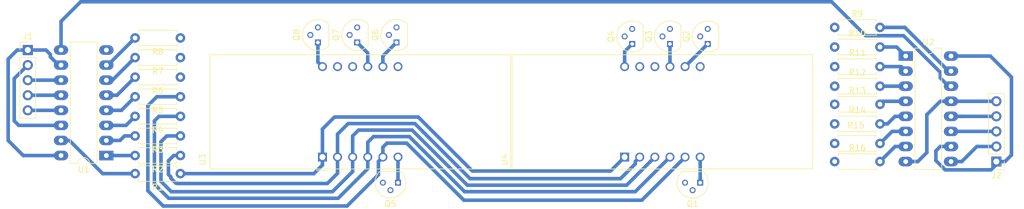
<source format=kicad_pcb>
(kicad_pcb (version 4) (host pcbnew 4.0.7)

  (general
    (links 75)
    (no_connects 75)
    (area 0 0 0 0)
    (thickness 1.6)
    (drawings 0)
    (tracks 171)
    (zones 0)
    (modules 30)
    (nets 48)
  )

  (page A4)
  (layers
    (0 F.Cu signal)
    (31 B.Cu signal)
    (32 B.Adhes user)
    (33 F.Adhes user)
    (34 B.Paste user)
    (35 F.Paste user)
    (36 B.SilkS user)
    (37 F.SilkS user)
    (38 B.Mask user)
    (39 F.Mask user)
    (40 Dwgs.User user)
    (41 Cmts.User user)
    (42 Eco1.User user)
    (43 Eco2.User user)
    (44 Edge.Cuts user)
    (45 Margin user)
    (46 B.CrtYd user)
    (47 F.CrtYd user)
    (48 B.Fab user)
    (49 F.Fab user)
  )

  (setup
    (last_trace_width 0.4)
    (trace_clearance 0.5)
    (zone_clearance 0.508)
    (zone_45_only no)
    (trace_min 0.2)
    (segment_width 0.2)
    (edge_width 0.15)
    (via_size 0.6)
    (via_drill 0.4)
    (via_min_size 0.4)
    (via_min_drill 0.3)
    (uvia_size 0.3)
    (uvia_drill 0.1)
    (uvias_allowed no)
    (uvia_min_size 0.2)
    (uvia_min_drill 0.1)
    (pcb_text_width 0.3)
    (pcb_text_size 1.5 1.5)
    (mod_edge_width 0.15)
    (mod_text_size 1 1)
    (mod_text_width 0.15)
    (pad_size 1.524 1.524)
    (pad_drill 0.762)
    (pad_to_mask_clearance 0.2)
    (aux_axis_origin 0 0)
    (visible_elements FFFFFF7F)
    (pcbplotparams
      (layerselection 0x00030_80000001)
      (usegerberextensions false)
      (excludeedgelayer true)
      (linewidth 0.100000)
      (plotframeref false)
      (viasonmask false)
      (mode 1)
      (useauxorigin false)
      (hpglpennumber 1)
      (hpglpenspeed 20)
      (hpglpendiameter 15)
      (hpglpenoverlay 2)
      (psnegative false)
      (psa4output false)
      (plotreference true)
      (plotvalue true)
      (plotinvisibletext false)
      (padsonsilk false)
      (subtractmaskfromsilk false)
      (outputformat 1)
      (mirror false)
      (drillshape 1)
      (scaleselection 1)
      (outputdirectory ""))
  )

  (net 0 "")
  (net 1 VCC)
  (net 2 "Net-(J1-Pad2)")
  (net 3 "Net-(J1-Pad3)")
  (net 4 "Net-(J1-Pad4)")
  (net 5 GND)
  (net 6 "Net-(J2-Pad2)")
  (net 7 "Net-(Q1-Pad2)")
  (net 8 "Net-(Q1-Pad1)")
  (net 9 "Net-(Q2-Pad2)")
  (net 10 "Net-(Q2-Pad1)")
  (net 11 "Net-(Q3-Pad2)")
  (net 12 "Net-(Q3-Pad1)")
  (net 13 "Net-(Q4-Pad2)")
  (net 14 "Net-(Q4-Pad1)")
  (net 15 "Net-(Q5-Pad2)")
  (net 16 "Net-(Q5-Pad1)")
  (net 17 "Net-(Q6-Pad2)")
  (net 18 "Net-(Q6-Pad1)")
  (net 19 "Net-(Q7-Pad2)")
  (net 20 "Net-(Q7-Pad1)")
  (net 21 "Net-(Q8-Pad2)")
  (net 22 "Net-(Q8-Pad1)")
  (net 23 "Net-(R1-Pad1)")
  (net 24 "Net-(R1-Pad2)")
  (net 25 "Net-(R2-Pad1)")
  (net 26 "Net-(R2-Pad2)")
  (net 27 "Net-(R3-Pad1)")
  (net 28 "Net-(R3-Pad2)")
  (net 29 "Net-(R4-Pad1)")
  (net 30 "Net-(R4-Pad2)")
  (net 31 "Net-(R5-Pad1)")
  (net 32 "Net-(R5-Pad2)")
  (net 33 "Net-(R6-Pad1)")
  (net 34 "Net-(R6-Pad2)")
  (net 35 "Net-(R7-Pad1)")
  (net 36 "Net-(R7-Pad2)")
  (net 37 "Net-(R8-Pad1)")
  (net 38 "Net-(R8-Pad2)")
  (net 39 "Net-(R9-Pad2)")
  (net 40 "Net-(R10-Pad2)")
  (net 41 "Net-(R11-Pad2)")
  (net 42 "Net-(R12-Pad2)")
  (net 43 "Net-(R13-Pad2)")
  (net 44 "Net-(R14-Pad2)")
  (net 45 "Net-(R15-Pad2)")
  (net 46 "Net-(R16-Pad2)")
  (net 47 "Net-(U1-Pad9)")

  (net_class Default "This is the default net class."
    (clearance 0.5)
    (trace_width 0.4)
    (via_dia 0.6)
    (via_drill 0.4)
    (uvia_dia 0.3)
    (uvia_drill 0.1)
    (add_net GND)
    (add_net "Net-(J1-Pad2)")
    (add_net "Net-(J1-Pad3)")
    (add_net "Net-(J1-Pad4)")
    (add_net "Net-(J2-Pad2)")
    (add_net "Net-(Q1-Pad1)")
    (add_net "Net-(Q1-Pad2)")
    (add_net "Net-(Q2-Pad1)")
    (add_net "Net-(Q2-Pad2)")
    (add_net "Net-(Q3-Pad1)")
    (add_net "Net-(Q3-Pad2)")
    (add_net "Net-(Q4-Pad1)")
    (add_net "Net-(Q4-Pad2)")
    (add_net "Net-(Q5-Pad1)")
    (add_net "Net-(Q5-Pad2)")
    (add_net "Net-(Q6-Pad1)")
    (add_net "Net-(Q6-Pad2)")
    (add_net "Net-(Q7-Pad1)")
    (add_net "Net-(Q7-Pad2)")
    (add_net "Net-(Q8-Pad1)")
    (add_net "Net-(Q8-Pad2)")
    (add_net "Net-(R1-Pad1)")
    (add_net "Net-(R1-Pad2)")
    (add_net "Net-(R10-Pad2)")
    (add_net "Net-(R11-Pad2)")
    (add_net "Net-(R12-Pad2)")
    (add_net "Net-(R13-Pad2)")
    (add_net "Net-(R14-Pad2)")
    (add_net "Net-(R15-Pad2)")
    (add_net "Net-(R16-Pad2)")
    (add_net "Net-(R2-Pad1)")
    (add_net "Net-(R2-Pad2)")
    (add_net "Net-(R3-Pad1)")
    (add_net "Net-(R3-Pad2)")
    (add_net "Net-(R4-Pad1)")
    (add_net "Net-(R4-Pad2)")
    (add_net "Net-(R5-Pad1)")
    (add_net "Net-(R5-Pad2)")
    (add_net "Net-(R6-Pad1)")
    (add_net "Net-(R6-Pad2)")
    (add_net "Net-(R7-Pad1)")
    (add_net "Net-(R7-Pad2)")
    (add_net "Net-(R8-Pad1)")
    (add_net "Net-(R8-Pad2)")
    (add_net "Net-(R9-Pad2)")
    (add_net "Net-(U1-Pad9)")
    (add_net VCC)
  )

  (module Pin_Headers:Pin_Header_Straight_1x05_Pitch2.54mm (layer F.Cu) (tedit 59650532) (tstamp 5A64BC53)
    (at 47.498 47.498)
    (descr "Through hole straight pin header, 1x05, 2.54mm pitch, single row")
    (tags "Through hole pin header THT 1x05 2.54mm single row")
    (path /5A651E95)
    (fp_text reference J1 (at 0 -2.33) (layer F.SilkS)
      (effects (font (size 1 1) (thickness 0.15)))
    )
    (fp_text value Conn_01x05 (at 0 12.49) (layer F.Fab)
      (effects (font (size 1 1) (thickness 0.15)))
    )
    (fp_line (start -0.635 -1.27) (end 1.27 -1.27) (layer F.Fab) (width 0.1))
    (fp_line (start 1.27 -1.27) (end 1.27 11.43) (layer F.Fab) (width 0.1))
    (fp_line (start 1.27 11.43) (end -1.27 11.43) (layer F.Fab) (width 0.1))
    (fp_line (start -1.27 11.43) (end -1.27 -0.635) (layer F.Fab) (width 0.1))
    (fp_line (start -1.27 -0.635) (end -0.635 -1.27) (layer F.Fab) (width 0.1))
    (fp_line (start -1.33 11.49) (end 1.33 11.49) (layer F.SilkS) (width 0.12))
    (fp_line (start -1.33 1.27) (end -1.33 11.49) (layer F.SilkS) (width 0.12))
    (fp_line (start 1.33 1.27) (end 1.33 11.49) (layer F.SilkS) (width 0.12))
    (fp_line (start -1.33 1.27) (end 1.33 1.27) (layer F.SilkS) (width 0.12))
    (fp_line (start -1.33 0) (end -1.33 -1.33) (layer F.SilkS) (width 0.12))
    (fp_line (start -1.33 -1.33) (end 0 -1.33) (layer F.SilkS) (width 0.12))
    (fp_line (start -1.8 -1.8) (end -1.8 11.95) (layer F.CrtYd) (width 0.05))
    (fp_line (start -1.8 11.95) (end 1.8 11.95) (layer F.CrtYd) (width 0.05))
    (fp_line (start 1.8 11.95) (end 1.8 -1.8) (layer F.CrtYd) (width 0.05))
    (fp_line (start 1.8 -1.8) (end -1.8 -1.8) (layer F.CrtYd) (width 0.05))
    (fp_text user %R (at 0 5.08 90) (layer F.Fab)
      (effects (font (size 1 1) (thickness 0.15)))
    )
    (pad 1 thru_hole rect (at 0 0) (size 1.7 1.7) (drill 1) (layers *.Cu *.Mask)
      (net 1 VCC))
    (pad 2 thru_hole oval (at 0 2.54) (size 1.7 1.7) (drill 1) (layers *.Cu *.Mask)
      (net 2 "Net-(J1-Pad2)"))
    (pad 3 thru_hole oval (at 0 5.08) (size 1.7 1.7) (drill 1) (layers *.Cu *.Mask)
      (net 3 "Net-(J1-Pad3)"))
    (pad 4 thru_hole oval (at 0 7.62) (size 1.7 1.7) (drill 1) (layers *.Cu *.Mask)
      (net 4 "Net-(J1-Pad4)"))
    (pad 5 thru_hole oval (at 0 10.16) (size 1.7 1.7) (drill 1) (layers *.Cu *.Mask)
      (net 5 GND))
    (model ${KISYS3DMOD}/Pin_Headers.3dshapes/Pin_Header_Straight_1x05_Pitch2.54mm.wrl
      (at (xyz 0 0 0))
      (scale (xyz 1 1 1))
      (rotate (xyz 0 0 0))
    )
  )

  (module Pin_Headers:Pin_Header_Straight_1x05_Pitch2.54mm (layer F.Cu) (tedit 59650532) (tstamp 5A64BC6C)
    (at 210.312 66.294 180)
    (descr "Through hole straight pin header, 1x05, 2.54mm pitch, single row")
    (tags "Through hole pin header THT 1x05 2.54mm single row")
    (path /5A65288A)
    (fp_text reference J2 (at 0 -2.33 180) (layer F.SilkS)
      (effects (font (size 1 1) (thickness 0.15)))
    )
    (fp_text value Conn_01x05 (at 0 12.49 180) (layer F.Fab)
      (effects (font (size 1 1) (thickness 0.15)))
    )
    (fp_line (start -0.635 -1.27) (end 1.27 -1.27) (layer F.Fab) (width 0.1))
    (fp_line (start 1.27 -1.27) (end 1.27 11.43) (layer F.Fab) (width 0.1))
    (fp_line (start 1.27 11.43) (end -1.27 11.43) (layer F.Fab) (width 0.1))
    (fp_line (start -1.27 11.43) (end -1.27 -0.635) (layer F.Fab) (width 0.1))
    (fp_line (start -1.27 -0.635) (end -0.635 -1.27) (layer F.Fab) (width 0.1))
    (fp_line (start -1.33 11.49) (end 1.33 11.49) (layer F.SilkS) (width 0.12))
    (fp_line (start -1.33 1.27) (end -1.33 11.49) (layer F.SilkS) (width 0.12))
    (fp_line (start 1.33 1.27) (end 1.33 11.49) (layer F.SilkS) (width 0.12))
    (fp_line (start -1.33 1.27) (end 1.33 1.27) (layer F.SilkS) (width 0.12))
    (fp_line (start -1.33 0) (end -1.33 -1.33) (layer F.SilkS) (width 0.12))
    (fp_line (start -1.33 -1.33) (end 0 -1.33) (layer F.SilkS) (width 0.12))
    (fp_line (start -1.8 -1.8) (end -1.8 11.95) (layer F.CrtYd) (width 0.05))
    (fp_line (start -1.8 11.95) (end 1.8 11.95) (layer F.CrtYd) (width 0.05))
    (fp_line (start 1.8 11.95) (end 1.8 -1.8) (layer F.CrtYd) (width 0.05))
    (fp_line (start 1.8 -1.8) (end -1.8 -1.8) (layer F.CrtYd) (width 0.05))
    (fp_text user %R (at 0 5.08 270) (layer F.Fab)
      (effects (font (size 1 1) (thickness 0.15)))
    )
    (pad 1 thru_hole rect (at 0 0 180) (size 1.7 1.7) (drill 1) (layers *.Cu *.Mask)
      (net 1 VCC))
    (pad 2 thru_hole oval (at 0 2.54 180) (size 1.7 1.7) (drill 1) (layers *.Cu *.Mask)
      (net 6 "Net-(J2-Pad2)"))
    (pad 3 thru_hole oval (at 0 5.08 180) (size 1.7 1.7) (drill 1) (layers *.Cu *.Mask)
      (net 3 "Net-(J1-Pad3)"))
    (pad 4 thru_hole oval (at 0 7.62 180) (size 1.7 1.7) (drill 1) (layers *.Cu *.Mask)
      (net 4 "Net-(J1-Pad4)"))
    (pad 5 thru_hole oval (at 0 10.16 180) (size 1.7 1.7) (drill 1) (layers *.Cu *.Mask)
      (net 5 GND))
    (model ${KISYS3DMOD}/Pin_Headers.3dshapes/Pin_Header_Straight_1x05_Pitch2.54mm.wrl
      (at (xyz 0 0 0))
      (scale (xyz 1 1 1))
      (rotate (xyz 0 0 0))
    )
  )

  (module TO_SOT_Packages_THT:TO-92_Molded_Narrow (layer F.Cu) (tedit 58CE52AF) (tstamp 5A64BC73)
    (at 160.528 69.85 180)
    (descr "TO-92 leads molded, narrow, drill 0.6mm (see NXP sot054_po.pdf)")
    (tags "to-92 sc-43 sc-43a sot54 PA33 transistor")
    (path /5A64D1AE)
    (fp_text reference Q1 (at 1.27 -3.56 180) (layer F.SilkS)
      (effects (font (size 1 1) (thickness 0.15)))
    )
    (fp_text value BC547 (at 1.27 2.79 180) (layer F.Fab)
      (effects (font (size 1 1) (thickness 0.15)))
    )
    (fp_text user %R (at 1.27 -3.56 180) (layer F.Fab)
      (effects (font (size 1 1) (thickness 0.15)))
    )
    (fp_line (start -0.53 1.85) (end 3.07 1.85) (layer F.SilkS) (width 0.12))
    (fp_line (start -0.5 1.75) (end 3 1.75) (layer F.Fab) (width 0.1))
    (fp_line (start -1.46 -2.73) (end 4 -2.73) (layer F.CrtYd) (width 0.05))
    (fp_line (start -1.46 -2.73) (end -1.46 2.01) (layer F.CrtYd) (width 0.05))
    (fp_line (start 4 2.01) (end 4 -2.73) (layer F.CrtYd) (width 0.05))
    (fp_line (start 4 2.01) (end -1.46 2.01) (layer F.CrtYd) (width 0.05))
    (fp_arc (start 1.27 0) (end 1.27 -2.48) (angle 135) (layer F.Fab) (width 0.1))
    (fp_arc (start 1.27 0) (end 1.27 -2.6) (angle -135) (layer F.SilkS) (width 0.12))
    (fp_arc (start 1.27 0) (end 1.27 -2.48) (angle -135) (layer F.Fab) (width 0.1))
    (fp_arc (start 1.27 0) (end 1.27 -2.6) (angle 135) (layer F.SilkS) (width 0.12))
    (pad 2 thru_hole circle (at 1.27 -1.27 270) (size 1 1) (drill 0.6) (layers *.Cu *.Mask)
      (net 7 "Net-(Q1-Pad2)"))
    (pad 3 thru_hole circle (at 2.54 0 270) (size 1 1) (drill 0.6) (layers *.Cu *.Mask)
      (net 5 GND))
    (pad 1 thru_hole rect (at 0 0 270) (size 1 1) (drill 0.6) (layers *.Cu *.Mask)
      (net 8 "Net-(Q1-Pad1)"))
    (model ${KISYS3DMOD}/TO_SOT_Packages_THT.3dshapes/TO-92_Molded_Narrow.wrl
      (at (xyz 0.05 0 0))
      (scale (xyz 1 1 1))
      (rotate (xyz 0 0 -90))
    )
  )

  (module TO_SOT_Packages_THT:TO-92_Molded_Narrow (layer F.Cu) (tedit 58CE52AF) (tstamp 5A64BC7A)
    (at 161.798 46.482 90)
    (descr "TO-92 leads molded, narrow, drill 0.6mm (see NXP sot054_po.pdf)")
    (tags "to-92 sc-43 sc-43a sot54 PA33 transistor")
    (path /5A64D1B4)
    (fp_text reference Q2 (at 1.27 -3.56 90) (layer F.SilkS)
      (effects (font (size 1 1) (thickness 0.15)))
    )
    (fp_text value BC547 (at 1.27 2.79 90) (layer F.Fab)
      (effects (font (size 1 1) (thickness 0.15)))
    )
    (fp_text user %R (at 1.27 -3.56 90) (layer F.Fab)
      (effects (font (size 1 1) (thickness 0.15)))
    )
    (fp_line (start -0.53 1.85) (end 3.07 1.85) (layer F.SilkS) (width 0.12))
    (fp_line (start -0.5 1.75) (end 3 1.75) (layer F.Fab) (width 0.1))
    (fp_line (start -1.46 -2.73) (end 4 -2.73) (layer F.CrtYd) (width 0.05))
    (fp_line (start -1.46 -2.73) (end -1.46 2.01) (layer F.CrtYd) (width 0.05))
    (fp_line (start 4 2.01) (end 4 -2.73) (layer F.CrtYd) (width 0.05))
    (fp_line (start 4 2.01) (end -1.46 2.01) (layer F.CrtYd) (width 0.05))
    (fp_arc (start 1.27 0) (end 1.27 -2.48) (angle 135) (layer F.Fab) (width 0.1))
    (fp_arc (start 1.27 0) (end 1.27 -2.6) (angle -135) (layer F.SilkS) (width 0.12))
    (fp_arc (start 1.27 0) (end 1.27 -2.48) (angle -135) (layer F.Fab) (width 0.1))
    (fp_arc (start 1.27 0) (end 1.27 -2.6) (angle 135) (layer F.SilkS) (width 0.12))
    (pad 2 thru_hole circle (at 1.27 -1.27 180) (size 1 1) (drill 0.6) (layers *.Cu *.Mask)
      (net 9 "Net-(Q2-Pad2)"))
    (pad 3 thru_hole circle (at 2.54 0 180) (size 1 1) (drill 0.6) (layers *.Cu *.Mask)
      (net 5 GND))
    (pad 1 thru_hole rect (at 0 0 180) (size 1 1) (drill 0.6) (layers *.Cu *.Mask)
      (net 10 "Net-(Q2-Pad1)"))
    (model ${KISYS3DMOD}/TO_SOT_Packages_THT.3dshapes/TO-92_Molded_Narrow.wrl
      (at (xyz 0.05 0 0))
      (scale (xyz 1 1 1))
      (rotate (xyz 0 0 -90))
    )
  )

  (module TO_SOT_Packages_THT:TO-92_Molded_Narrow (layer F.Cu) (tedit 58CE52AF) (tstamp 5A64BC81)
    (at 155.448 46.482 90)
    (descr "TO-92 leads molded, narrow, drill 0.6mm (see NXP sot054_po.pdf)")
    (tags "to-92 sc-43 sc-43a sot54 PA33 transistor")
    (path /5A64CFE0)
    (fp_text reference Q3 (at 1.27 -3.56 90) (layer F.SilkS)
      (effects (font (size 1 1) (thickness 0.15)))
    )
    (fp_text value BC547 (at 1.27 2.79 90) (layer F.Fab)
      (effects (font (size 1 1) (thickness 0.15)))
    )
    (fp_text user %R (at 1.27 -3.56 90) (layer F.Fab)
      (effects (font (size 1 1) (thickness 0.15)))
    )
    (fp_line (start -0.53 1.85) (end 3.07 1.85) (layer F.SilkS) (width 0.12))
    (fp_line (start -0.5 1.75) (end 3 1.75) (layer F.Fab) (width 0.1))
    (fp_line (start -1.46 -2.73) (end 4 -2.73) (layer F.CrtYd) (width 0.05))
    (fp_line (start -1.46 -2.73) (end -1.46 2.01) (layer F.CrtYd) (width 0.05))
    (fp_line (start 4 2.01) (end 4 -2.73) (layer F.CrtYd) (width 0.05))
    (fp_line (start 4 2.01) (end -1.46 2.01) (layer F.CrtYd) (width 0.05))
    (fp_arc (start 1.27 0) (end 1.27 -2.48) (angle 135) (layer F.Fab) (width 0.1))
    (fp_arc (start 1.27 0) (end 1.27 -2.6) (angle -135) (layer F.SilkS) (width 0.12))
    (fp_arc (start 1.27 0) (end 1.27 -2.48) (angle -135) (layer F.Fab) (width 0.1))
    (fp_arc (start 1.27 0) (end 1.27 -2.6) (angle 135) (layer F.SilkS) (width 0.12))
    (pad 2 thru_hole circle (at 1.27 -1.27 180) (size 1 1) (drill 0.6) (layers *.Cu *.Mask)
      (net 11 "Net-(Q3-Pad2)"))
    (pad 3 thru_hole circle (at 2.54 0 180) (size 1 1) (drill 0.6) (layers *.Cu *.Mask)
      (net 5 GND))
    (pad 1 thru_hole rect (at 0 0 180) (size 1 1) (drill 0.6) (layers *.Cu *.Mask)
      (net 12 "Net-(Q3-Pad1)"))
    (model ${KISYS3DMOD}/TO_SOT_Packages_THT.3dshapes/TO-92_Molded_Narrow.wrl
      (at (xyz 0.05 0 0))
      (scale (xyz 1 1 1))
      (rotate (xyz 0 0 -90))
    )
  )

  (module TO_SOT_Packages_THT:TO-92_Molded_Narrow (layer F.Cu) (tedit 58CE52AF) (tstamp 5A64BC88)
    (at 149.098 46.482 90)
    (descr "TO-92 leads molded, narrow, drill 0.6mm (see NXP sot054_po.pdf)")
    (tags "to-92 sc-43 sc-43a sot54 PA33 transistor")
    (path /5A64D0BC)
    (fp_text reference Q4 (at 1.27 -3.56 90) (layer F.SilkS)
      (effects (font (size 1 1) (thickness 0.15)))
    )
    (fp_text value BC547 (at 1.27 2.79 90) (layer F.Fab)
      (effects (font (size 1 1) (thickness 0.15)))
    )
    (fp_text user %R (at 1.27 -3.56 90) (layer F.Fab)
      (effects (font (size 1 1) (thickness 0.15)))
    )
    (fp_line (start -0.53 1.85) (end 3.07 1.85) (layer F.SilkS) (width 0.12))
    (fp_line (start -0.5 1.75) (end 3 1.75) (layer F.Fab) (width 0.1))
    (fp_line (start -1.46 -2.73) (end 4 -2.73) (layer F.CrtYd) (width 0.05))
    (fp_line (start -1.46 -2.73) (end -1.46 2.01) (layer F.CrtYd) (width 0.05))
    (fp_line (start 4 2.01) (end 4 -2.73) (layer F.CrtYd) (width 0.05))
    (fp_line (start 4 2.01) (end -1.46 2.01) (layer F.CrtYd) (width 0.05))
    (fp_arc (start 1.27 0) (end 1.27 -2.48) (angle 135) (layer F.Fab) (width 0.1))
    (fp_arc (start 1.27 0) (end 1.27 -2.6) (angle -135) (layer F.SilkS) (width 0.12))
    (fp_arc (start 1.27 0) (end 1.27 -2.48) (angle -135) (layer F.Fab) (width 0.1))
    (fp_arc (start 1.27 0) (end 1.27 -2.6) (angle 135) (layer F.SilkS) (width 0.12))
    (pad 2 thru_hole circle (at 1.27 -1.27 180) (size 1 1) (drill 0.6) (layers *.Cu *.Mask)
      (net 13 "Net-(Q4-Pad2)"))
    (pad 3 thru_hole circle (at 2.54 0 180) (size 1 1) (drill 0.6) (layers *.Cu *.Mask)
      (net 5 GND))
    (pad 1 thru_hole rect (at 0 0 180) (size 1 1) (drill 0.6) (layers *.Cu *.Mask)
      (net 14 "Net-(Q4-Pad1)"))
    (model ${KISYS3DMOD}/TO_SOT_Packages_THT.3dshapes/TO-92_Molded_Narrow.wrl
      (at (xyz 0.05 0 0))
      (scale (xyz 1 1 1))
      (rotate (xyz 0 0 -90))
    )
  )

  (module TO_SOT_Packages_THT:TO-92_Molded_Narrow (layer F.Cu) (tedit 58CE52AF) (tstamp 5A64BC8F)
    (at 109.728 69.85 180)
    (descr "TO-92 leads molded, narrow, drill 0.6mm (see NXP sot054_po.pdf)")
    (tags "to-92 sc-43 sc-43a sot54 PA33 transistor")
    (path /5A64D39A)
    (fp_text reference Q5 (at 1.27 -3.56 180) (layer F.SilkS)
      (effects (font (size 1 1) (thickness 0.15)))
    )
    (fp_text value BC547 (at 1.27 2.79 180) (layer F.Fab)
      (effects (font (size 1 1) (thickness 0.15)))
    )
    (fp_text user %R (at 1.27 -3.56 180) (layer F.Fab)
      (effects (font (size 1 1) (thickness 0.15)))
    )
    (fp_line (start -0.53 1.85) (end 3.07 1.85) (layer F.SilkS) (width 0.12))
    (fp_line (start -0.5 1.75) (end 3 1.75) (layer F.Fab) (width 0.1))
    (fp_line (start -1.46 -2.73) (end 4 -2.73) (layer F.CrtYd) (width 0.05))
    (fp_line (start -1.46 -2.73) (end -1.46 2.01) (layer F.CrtYd) (width 0.05))
    (fp_line (start 4 2.01) (end 4 -2.73) (layer F.CrtYd) (width 0.05))
    (fp_line (start 4 2.01) (end -1.46 2.01) (layer F.CrtYd) (width 0.05))
    (fp_arc (start 1.27 0) (end 1.27 -2.48) (angle 135) (layer F.Fab) (width 0.1))
    (fp_arc (start 1.27 0) (end 1.27 -2.6) (angle -135) (layer F.SilkS) (width 0.12))
    (fp_arc (start 1.27 0) (end 1.27 -2.48) (angle -135) (layer F.Fab) (width 0.1))
    (fp_arc (start 1.27 0) (end 1.27 -2.6) (angle 135) (layer F.SilkS) (width 0.12))
    (pad 2 thru_hole circle (at 1.27 -1.27 270) (size 1 1) (drill 0.6) (layers *.Cu *.Mask)
      (net 15 "Net-(Q5-Pad2)"))
    (pad 3 thru_hole circle (at 2.54 0 270) (size 1 1) (drill 0.6) (layers *.Cu *.Mask)
      (net 5 GND))
    (pad 1 thru_hole rect (at 0 0 270) (size 1 1) (drill 0.6) (layers *.Cu *.Mask)
      (net 16 "Net-(Q5-Pad1)"))
    (model ${KISYS3DMOD}/TO_SOT_Packages_THT.3dshapes/TO-92_Molded_Narrow.wrl
      (at (xyz 0.05 0 0))
      (scale (xyz 1 1 1))
      (rotate (xyz 0 0 -90))
    )
  )

  (module TO_SOT_Packages_THT:TO-92_Molded_Narrow (layer F.Cu) (tedit 58CE52AF) (tstamp 5A64BC96)
    (at 109.474 46.228 90)
    (descr "TO-92 leads molded, narrow, drill 0.6mm (see NXP sot054_po.pdf)")
    (tags "to-92 sc-43 sc-43a sot54 PA33 transistor")
    (path /5A64D3A0)
    (fp_text reference Q6 (at 1.27 -3.56 90) (layer F.SilkS)
      (effects (font (size 1 1) (thickness 0.15)))
    )
    (fp_text value BC547 (at 1.27 2.79 90) (layer F.Fab)
      (effects (font (size 1 1) (thickness 0.15)))
    )
    (fp_text user %R (at 1.27 -3.56 90) (layer F.Fab)
      (effects (font (size 1 1) (thickness 0.15)))
    )
    (fp_line (start -0.53 1.85) (end 3.07 1.85) (layer F.SilkS) (width 0.12))
    (fp_line (start -0.5 1.75) (end 3 1.75) (layer F.Fab) (width 0.1))
    (fp_line (start -1.46 -2.73) (end 4 -2.73) (layer F.CrtYd) (width 0.05))
    (fp_line (start -1.46 -2.73) (end -1.46 2.01) (layer F.CrtYd) (width 0.05))
    (fp_line (start 4 2.01) (end 4 -2.73) (layer F.CrtYd) (width 0.05))
    (fp_line (start 4 2.01) (end -1.46 2.01) (layer F.CrtYd) (width 0.05))
    (fp_arc (start 1.27 0) (end 1.27 -2.48) (angle 135) (layer F.Fab) (width 0.1))
    (fp_arc (start 1.27 0) (end 1.27 -2.6) (angle -135) (layer F.SilkS) (width 0.12))
    (fp_arc (start 1.27 0) (end 1.27 -2.48) (angle -135) (layer F.Fab) (width 0.1))
    (fp_arc (start 1.27 0) (end 1.27 -2.6) (angle 135) (layer F.SilkS) (width 0.12))
    (pad 2 thru_hole circle (at 1.27 -1.27 180) (size 1 1) (drill 0.6) (layers *.Cu *.Mask)
      (net 17 "Net-(Q6-Pad2)"))
    (pad 3 thru_hole circle (at 2.54 0 180) (size 1 1) (drill 0.6) (layers *.Cu *.Mask)
      (net 5 GND))
    (pad 1 thru_hole rect (at 0 0 180) (size 1 1) (drill 0.6) (layers *.Cu *.Mask)
      (net 18 "Net-(Q6-Pad1)"))
    (model ${KISYS3DMOD}/TO_SOT_Packages_THT.3dshapes/TO-92_Molded_Narrow.wrl
      (at (xyz 0.05 0 0))
      (scale (xyz 1 1 1))
      (rotate (xyz 0 0 -90))
    )
  )

  (module TO_SOT_Packages_THT:TO-92_Molded_Narrow (layer F.Cu) (tedit 58CE52AF) (tstamp 5A64BC9D)
    (at 102.87 46.228 90)
    (descr "TO-92 leads molded, narrow, drill 0.6mm (see NXP sot054_po.pdf)")
    (tags "to-92 sc-43 sc-43a sot54 PA33 transistor")
    (path /5A64D38E)
    (fp_text reference Q7 (at 1.27 -3.56 90) (layer F.SilkS)
      (effects (font (size 1 1) (thickness 0.15)))
    )
    (fp_text value BC547 (at 1.27 2.79 90) (layer F.Fab)
      (effects (font (size 1 1) (thickness 0.15)))
    )
    (fp_text user %R (at 1.27 -3.56 90) (layer F.Fab)
      (effects (font (size 1 1) (thickness 0.15)))
    )
    (fp_line (start -0.53 1.85) (end 3.07 1.85) (layer F.SilkS) (width 0.12))
    (fp_line (start -0.5 1.75) (end 3 1.75) (layer F.Fab) (width 0.1))
    (fp_line (start -1.46 -2.73) (end 4 -2.73) (layer F.CrtYd) (width 0.05))
    (fp_line (start -1.46 -2.73) (end -1.46 2.01) (layer F.CrtYd) (width 0.05))
    (fp_line (start 4 2.01) (end 4 -2.73) (layer F.CrtYd) (width 0.05))
    (fp_line (start 4 2.01) (end -1.46 2.01) (layer F.CrtYd) (width 0.05))
    (fp_arc (start 1.27 0) (end 1.27 -2.48) (angle 135) (layer F.Fab) (width 0.1))
    (fp_arc (start 1.27 0) (end 1.27 -2.6) (angle -135) (layer F.SilkS) (width 0.12))
    (fp_arc (start 1.27 0) (end 1.27 -2.48) (angle -135) (layer F.Fab) (width 0.1))
    (fp_arc (start 1.27 0) (end 1.27 -2.6) (angle 135) (layer F.SilkS) (width 0.12))
    (pad 2 thru_hole circle (at 1.27 -1.27 180) (size 1 1) (drill 0.6) (layers *.Cu *.Mask)
      (net 19 "Net-(Q7-Pad2)"))
    (pad 3 thru_hole circle (at 2.54 0 180) (size 1 1) (drill 0.6) (layers *.Cu *.Mask)
      (net 5 GND))
    (pad 1 thru_hole rect (at 0 0 180) (size 1 1) (drill 0.6) (layers *.Cu *.Mask)
      (net 20 "Net-(Q7-Pad1)"))
    (model ${KISYS3DMOD}/TO_SOT_Packages_THT.3dshapes/TO-92_Molded_Narrow.wrl
      (at (xyz 0.05 0 0))
      (scale (xyz 1 1 1))
      (rotate (xyz 0 0 -90))
    )
  )

  (module TO_SOT_Packages_THT:TO-92_Molded_Narrow (layer F.Cu) (tedit 58CE52AF) (tstamp 5A64BCA4)
    (at 96.266 46.228 90)
    (descr "TO-92 leads molded, narrow, drill 0.6mm (see NXP sot054_po.pdf)")
    (tags "to-92 sc-43 sc-43a sot54 PA33 transistor")
    (path /5A64D394)
    (fp_text reference Q8 (at 1.27 -3.56 90) (layer F.SilkS)
      (effects (font (size 1 1) (thickness 0.15)))
    )
    (fp_text value BC547 (at 1.27 2.79 90) (layer F.Fab)
      (effects (font (size 1 1) (thickness 0.15)))
    )
    (fp_text user %R (at 1.27 -3.56 90) (layer F.Fab)
      (effects (font (size 1 1) (thickness 0.15)))
    )
    (fp_line (start -0.53 1.85) (end 3.07 1.85) (layer F.SilkS) (width 0.12))
    (fp_line (start -0.5 1.75) (end 3 1.75) (layer F.Fab) (width 0.1))
    (fp_line (start -1.46 -2.73) (end 4 -2.73) (layer F.CrtYd) (width 0.05))
    (fp_line (start -1.46 -2.73) (end -1.46 2.01) (layer F.CrtYd) (width 0.05))
    (fp_line (start 4 2.01) (end 4 -2.73) (layer F.CrtYd) (width 0.05))
    (fp_line (start 4 2.01) (end -1.46 2.01) (layer F.CrtYd) (width 0.05))
    (fp_arc (start 1.27 0) (end 1.27 -2.48) (angle 135) (layer F.Fab) (width 0.1))
    (fp_arc (start 1.27 0) (end 1.27 -2.6) (angle -135) (layer F.SilkS) (width 0.12))
    (fp_arc (start 1.27 0) (end 1.27 -2.48) (angle -135) (layer F.Fab) (width 0.1))
    (fp_arc (start 1.27 0) (end 1.27 -2.6) (angle 135) (layer F.SilkS) (width 0.12))
    (pad 2 thru_hole circle (at 1.27 -1.27 180) (size 1 1) (drill 0.6) (layers *.Cu *.Mask)
      (net 21 "Net-(Q8-Pad2)"))
    (pad 3 thru_hole circle (at 2.54 0 180) (size 1 1) (drill 0.6) (layers *.Cu *.Mask)
      (net 5 GND))
    (pad 1 thru_hole rect (at 0 0 180) (size 1 1) (drill 0.6) (layers *.Cu *.Mask)
      (net 22 "Net-(Q8-Pad1)"))
    (model ${KISYS3DMOD}/TO_SOT_Packages_THT.3dshapes/TO-92_Molded_Narrow.wrl
      (at (xyz 0.05 0 0))
      (scale (xyz 1 1 1))
      (rotate (xyz 0 0 -90))
    )
  )

  (module Housings_DIP:DIP-16_W7.62mm_LongPads (layer F.Cu) (tedit 59C78D6B) (tstamp 5A64BDA8)
    (at 60.706 65.278 180)
    (descr "16-lead though-hole mounted DIP package, row spacing 7.62 mm (300 mils), LongPads")
    (tags "THT DIP DIL PDIP 2.54mm 7.62mm 300mil LongPads")
    (path /5A64C443)
    (fp_text reference U1 (at 3.81 -2.33 180) (layer F.SilkS)
      (effects (font (size 1 1) (thickness 0.15)))
    )
    (fp_text value 74HC595 (at 3.81 20.11 180) (layer F.Fab)
      (effects (font (size 1 1) (thickness 0.15)))
    )
    (fp_arc (start 3.81 -1.33) (end 2.81 -1.33) (angle -180) (layer F.SilkS) (width 0.12))
    (fp_line (start 1.635 -1.27) (end 6.985 -1.27) (layer F.Fab) (width 0.1))
    (fp_line (start 6.985 -1.27) (end 6.985 19.05) (layer F.Fab) (width 0.1))
    (fp_line (start 6.985 19.05) (end 0.635 19.05) (layer F.Fab) (width 0.1))
    (fp_line (start 0.635 19.05) (end 0.635 -0.27) (layer F.Fab) (width 0.1))
    (fp_line (start 0.635 -0.27) (end 1.635 -1.27) (layer F.Fab) (width 0.1))
    (fp_line (start 2.81 -1.33) (end 1.56 -1.33) (layer F.SilkS) (width 0.12))
    (fp_line (start 1.56 -1.33) (end 1.56 19.11) (layer F.SilkS) (width 0.12))
    (fp_line (start 1.56 19.11) (end 6.06 19.11) (layer F.SilkS) (width 0.12))
    (fp_line (start 6.06 19.11) (end 6.06 -1.33) (layer F.SilkS) (width 0.12))
    (fp_line (start 6.06 -1.33) (end 4.81 -1.33) (layer F.SilkS) (width 0.12))
    (fp_line (start -1.45 -1.55) (end -1.45 19.3) (layer F.CrtYd) (width 0.05))
    (fp_line (start -1.45 19.3) (end 9.1 19.3) (layer F.CrtYd) (width 0.05))
    (fp_line (start 9.1 19.3) (end 9.1 -1.55) (layer F.CrtYd) (width 0.05))
    (fp_line (start 9.1 -1.55) (end -1.45 -1.55) (layer F.CrtYd) (width 0.05))
    (fp_text user %R (at 3.81 8.89 180) (layer F.Fab)
      (effects (font (size 1 1) (thickness 0.15)))
    )
    (pad 1 thru_hole rect (at 0 0 180) (size 2.4 1.6) (drill 0.8) (layers *.Cu *.Mask)
      (net 26 "Net-(R2-Pad2)"))
    (pad 9 thru_hole oval (at 7.62 17.78 180) (size 2.4 1.6) (drill 0.8) (layers *.Cu *.Mask)
      (net 47 "Net-(U1-Pad9)"))
    (pad 2 thru_hole oval (at 0 2.54 180) (size 2.4 1.6) (drill 0.8) (layers *.Cu *.Mask)
      (net 28 "Net-(R3-Pad2)"))
    (pad 10 thru_hole oval (at 7.62 15.24 180) (size 2.4 1.6) (drill 0.8) (layers *.Cu *.Mask)
      (net 1 VCC))
    (pad 3 thru_hole oval (at 0 5.08 180) (size 2.4 1.6) (drill 0.8) (layers *.Cu *.Mask)
      (net 30 "Net-(R4-Pad2)"))
    (pad 11 thru_hole oval (at 7.62 12.7 180) (size 2.4 1.6) (drill 0.8) (layers *.Cu *.Mask)
      (net 3 "Net-(J1-Pad3)"))
    (pad 4 thru_hole oval (at 0 7.62 180) (size 2.4 1.6) (drill 0.8) (layers *.Cu *.Mask)
      (net 32 "Net-(R5-Pad2)"))
    (pad 12 thru_hole oval (at 7.62 10.16 180) (size 2.4 1.6) (drill 0.8) (layers *.Cu *.Mask)
      (net 4 "Net-(J1-Pad4)"))
    (pad 5 thru_hole oval (at 0 10.16 180) (size 2.4 1.6) (drill 0.8) (layers *.Cu *.Mask)
      (net 34 "Net-(R6-Pad2)"))
    (pad 13 thru_hole oval (at 7.62 7.62 180) (size 2.4 1.6) (drill 0.8) (layers *.Cu *.Mask)
      (net 5 GND))
    (pad 6 thru_hole oval (at 0 12.7 180) (size 2.4 1.6) (drill 0.8) (layers *.Cu *.Mask)
      (net 36 "Net-(R7-Pad2)"))
    (pad 14 thru_hole oval (at 7.62 5.08 180) (size 2.4 1.6) (drill 0.8) (layers *.Cu *.Mask)
      (net 2 "Net-(J1-Pad2)"))
    (pad 7 thru_hole oval (at 0 15.24 180) (size 2.4 1.6) (drill 0.8) (layers *.Cu *.Mask)
      (net 38 "Net-(R8-Pad2)"))
    (pad 15 thru_hole oval (at 7.62 2.54 180) (size 2.4 1.6) (drill 0.8) (layers *.Cu *.Mask)
      (net 24 "Net-(R1-Pad2)"))
    (pad 8 thru_hole oval (at 0 17.78 180) (size 2.4 1.6) (drill 0.8) (layers *.Cu *.Mask)
      (net 5 GND))
    (pad 16 thru_hole oval (at 7.62 0 180) (size 2.4 1.6) (drill 0.8) (layers *.Cu *.Mask)
      (net 1 VCC))
    (model ${KISYS3DMOD}/Housings_DIP.3dshapes/DIP-16_W7.62mm.wrl
      (at (xyz 0 0 0))
      (scale (xyz 1 1 1))
      (rotate (xyz 0 0 0))
    )
  )

  (module Housings_DIP:DIP-16_W7.62mm_LongPads (layer F.Cu) (tedit 59C78D6B) (tstamp 5A64BDCC)
    (at 195.072 48.514)
    (descr "16-lead though-hole mounted DIP package, row spacing 7.62 mm (300 mils), LongPads")
    (tags "THT DIP DIL PDIP 2.54mm 7.62mm 300mil LongPads")
    (path /5A64C4B6)
    (fp_text reference U2 (at 3.81 -2.33) (layer F.SilkS)
      (effects (font (size 1 1) (thickness 0.15)))
    )
    (fp_text value 74HC595 (at 3.81 20.11) (layer F.Fab)
      (effects (font (size 1 1) (thickness 0.15)))
    )
    (fp_arc (start 3.81 -1.33) (end 2.81 -1.33) (angle -180) (layer F.SilkS) (width 0.12))
    (fp_line (start 1.635 -1.27) (end 6.985 -1.27) (layer F.Fab) (width 0.1))
    (fp_line (start 6.985 -1.27) (end 6.985 19.05) (layer F.Fab) (width 0.1))
    (fp_line (start 6.985 19.05) (end 0.635 19.05) (layer F.Fab) (width 0.1))
    (fp_line (start 0.635 19.05) (end 0.635 -0.27) (layer F.Fab) (width 0.1))
    (fp_line (start 0.635 -0.27) (end 1.635 -1.27) (layer F.Fab) (width 0.1))
    (fp_line (start 2.81 -1.33) (end 1.56 -1.33) (layer F.SilkS) (width 0.12))
    (fp_line (start 1.56 -1.33) (end 1.56 19.11) (layer F.SilkS) (width 0.12))
    (fp_line (start 1.56 19.11) (end 6.06 19.11) (layer F.SilkS) (width 0.12))
    (fp_line (start 6.06 19.11) (end 6.06 -1.33) (layer F.SilkS) (width 0.12))
    (fp_line (start 6.06 -1.33) (end 4.81 -1.33) (layer F.SilkS) (width 0.12))
    (fp_line (start -1.45 -1.55) (end -1.45 19.3) (layer F.CrtYd) (width 0.05))
    (fp_line (start -1.45 19.3) (end 9.1 19.3) (layer F.CrtYd) (width 0.05))
    (fp_line (start 9.1 19.3) (end 9.1 -1.55) (layer F.CrtYd) (width 0.05))
    (fp_line (start 9.1 -1.55) (end -1.45 -1.55) (layer F.CrtYd) (width 0.05))
    (fp_text user %R (at 3.81 8.89) (layer F.Fab)
      (effects (font (size 1 1) (thickness 0.15)))
    )
    (pad 1 thru_hole rect (at 0 0) (size 2.4 1.6) (drill 0.8) (layers *.Cu *.Mask)
      (net 40 "Net-(R10-Pad2)"))
    (pad 9 thru_hole oval (at 7.62 17.78) (size 2.4 1.6) (drill 0.8) (layers *.Cu *.Mask)
      (net 6 "Net-(J2-Pad2)"))
    (pad 2 thru_hole oval (at 0 2.54) (size 2.4 1.6) (drill 0.8) (layers *.Cu *.Mask)
      (net 41 "Net-(R11-Pad2)"))
    (pad 10 thru_hole oval (at 7.62 15.24) (size 2.4 1.6) (drill 0.8) (layers *.Cu *.Mask)
      (net 1 VCC))
    (pad 3 thru_hole oval (at 0 5.08) (size 2.4 1.6) (drill 0.8) (layers *.Cu *.Mask)
      (net 42 "Net-(R12-Pad2)"))
    (pad 11 thru_hole oval (at 7.62 12.7) (size 2.4 1.6) (drill 0.8) (layers *.Cu *.Mask)
      (net 3 "Net-(J1-Pad3)"))
    (pad 4 thru_hole oval (at 0 7.62) (size 2.4 1.6) (drill 0.8) (layers *.Cu *.Mask)
      (net 43 "Net-(R13-Pad2)"))
    (pad 12 thru_hole oval (at 7.62 10.16) (size 2.4 1.6) (drill 0.8) (layers *.Cu *.Mask)
      (net 4 "Net-(J1-Pad4)"))
    (pad 5 thru_hole oval (at 0 10.16) (size 2.4 1.6) (drill 0.8) (layers *.Cu *.Mask)
      (net 44 "Net-(R14-Pad2)"))
    (pad 13 thru_hole oval (at 7.62 7.62) (size 2.4 1.6) (drill 0.8) (layers *.Cu *.Mask)
      (net 5 GND))
    (pad 6 thru_hole oval (at 0 12.7) (size 2.4 1.6) (drill 0.8) (layers *.Cu *.Mask)
      (net 45 "Net-(R15-Pad2)"))
    (pad 14 thru_hole oval (at 7.62 5.08) (size 2.4 1.6) (drill 0.8) (layers *.Cu *.Mask)
      (net 47 "Net-(U1-Pad9)"))
    (pad 7 thru_hole oval (at 0 15.24) (size 2.4 1.6) (drill 0.8) (layers *.Cu *.Mask)
      (net 46 "Net-(R16-Pad2)"))
    (pad 15 thru_hole oval (at 7.62 2.54) (size 2.4 1.6) (drill 0.8) (layers *.Cu *.Mask)
      (net 39 "Net-(R9-Pad2)"))
    (pad 8 thru_hole oval (at 0 17.78) (size 2.4 1.6) (drill 0.8) (layers *.Cu *.Mask)
      (net 5 GND))
    (pad 16 thru_hole oval (at 7.62 0) (size 2.4 1.6) (drill 0.8) (layers *.Cu *.Mask)
      (net 1 VCC))
    (model ${KISYS3DMOD}/Housings_DIP.3dshapes/DIP-16_W7.62mm.wrl
      (at (xyz 0 0 0))
      (scale (xyz 1 1 1))
      (rotate (xyz 0 0 0))
    )
  )

  (module Displays_7-Segment:CA56-12CGKWA (layer F.Cu) (tedit 5977607C) (tstamp 5A64BDED)
    (at 97.028 65.532 90)
    (descr "4 digit 7 segment green LED, http://www.kingbright.com/attachments/file/psearch/000/00/00/CA56-12CGKWA(Ver.9A).pdf")
    (tags "4 digit 7 segment green LED")
    (path /5A64C415)
    (fp_text reference U3 (at -0.44 -20.15 90) (layer F.SilkS)
      (effects (font (size 1 1) (thickness 0.15)))
    )
    (fp_text value CA56-12CGKWA (at 3.5 32.92 90) (layer F.Fab)
      (effects (font (size 1 1) (thickness 0.15)))
    )
    (fp_line (start -2 -18.92) (end 17.24 -18.92) (layer F.SilkS) (width 0.12))
    (fp_line (start -2 -18.92) (end -2 31.62) (layer F.SilkS) (width 0.12))
    (fp_line (start -2 31.62) (end 17.24 31.62) (layer F.SilkS) (width 0.12))
    (fp_line (start 17.24 31.62) (end 17.24 -18.92) (layer F.SilkS) (width 0.12))
    (fp_line (start -1.88 1) (end -0.88 0) (layer F.Fab) (width 0.1))
    (fp_line (start -0.88 0) (end -1.88 -1) (layer F.Fab) (width 0.1))
    (fp_line (start -1.88 -1) (end -1.88 -18.8) (layer F.Fab) (width 0.1))
    (fp_line (start -2.13 -19.05) (end 17.37 -19.05) (layer F.CrtYd) (width 0.05))
    (fp_line (start 17.37 -19.05) (end 17.37 31.75) (layer F.CrtYd) (width 0.05))
    (fp_line (start 17.37 31.75) (end -2.13 31.75) (layer F.CrtYd) (width 0.05))
    (fp_line (start -2.13 31.75) (end -2.13 -19.05) (layer F.CrtYd) (width 0.05))
    (fp_line (start -2.25 -1) (end -2.25 1) (layer F.SilkS) (width 0.12))
    (fp_line (start -1.88 -18.8) (end 17.12 -18.8) (layer F.Fab) (width 0.1))
    (fp_line (start 17.12 -18.8) (end 17.12 31.5) (layer F.Fab) (width 0.1))
    (fp_line (start -1.88 31.5) (end 17.12 31.5) (layer F.Fab) (width 0.1))
    (fp_line (start -1.88 1) (end -1.88 31.5) (layer F.Fab) (width 0.1))
    (fp_text user %R (at 8.128 6.604 90) (layer F.Fab)
      (effects (font (size 1 1) (thickness 0.15)))
    )
    (pad 1 thru_hole rect (at 0 0 90) (size 1.5 1.5) (drill 1) (layers *.Cu *.Mask)
      (net 23 "Net-(R1-Pad1)"))
    (pad 2 thru_hole circle (at 0 2.54 90) (size 1.5 1.5) (drill 1) (layers *.Cu *.Mask)
      (net 25 "Net-(R2-Pad1)"))
    (pad 3 thru_hole circle (at 0 5.08 90) (size 1.5 1.5) (drill 1) (layers *.Cu *.Mask)
      (net 27 "Net-(R3-Pad1)"))
    (pad 4 thru_hole circle (at 0 7.62 90) (size 1.5 1.5) (drill 1) (layers *.Cu *.Mask)
      (net 29 "Net-(R4-Pad1)"))
    (pad 5 thru_hole circle (at 0 10.16 90) (size 1.5 1.5) (drill 1) (layers *.Cu *.Mask)
      (net 31 "Net-(R5-Pad1)"))
    (pad 6 thru_hole circle (at 0 12.7 90) (size 1.5 1.5) (drill 1) (layers *.Cu *.Mask)
      (net 16 "Net-(Q5-Pad1)"))
    (pad 7 thru_hole circle (at 15.24 12.7 90) (size 1.5 1.5) (drill 1) (layers *.Cu *.Mask)
      (net 33 "Net-(R6-Pad1)"))
    (pad 8 thru_hole circle (at 15.24 10.16 90) (size 1.5 1.5) (drill 1) (layers *.Cu *.Mask)
      (net 18 "Net-(Q6-Pad1)"))
    (pad 9 thru_hole circle (at 15.24 7.62 90) (size 1.5 1.5) (drill 1) (layers *.Cu *.Mask)
      (net 20 "Net-(Q7-Pad1)"))
    (pad 10 thru_hole circle (at 15.24 5.08 90) (size 1.5 1.5) (drill 1) (layers *.Cu *.Mask)
      (net 35 "Net-(R7-Pad1)"))
    (pad 11 thru_hole circle (at 15.24 2.54 90) (size 1.5 1.5) (drill 1) (layers *.Cu *.Mask)
      (net 37 "Net-(R8-Pad1)"))
    (pad 12 thru_hole circle (at 15.24 0 90) (size 1.5 1.5) (drill 1) (layers *.Cu *.Mask)
      (net 22 "Net-(Q8-Pad1)"))
    (model ${KISYS3DMOD}/Displays_7-Segment.3dshapes/CA56-12CGKWA.wrl
      (at (xyz 0 0 0))
      (scale (xyz 1 1 1))
      (rotate (xyz 0 0 0))
    )
  )

  (module Displays_7-Segment:CA56-12CGKWA (layer F.Cu) (tedit 5977607C) (tstamp 5A64BE0E)
    (at 147.828 65.532 90)
    (descr "4 digit 7 segment green LED, http://www.kingbright.com/attachments/file/psearch/000/00/00/CA56-12CGKWA(Ver.9A).pdf")
    (tags "4 digit 7 segment green LED")
    (path /5A64CD91)
    (fp_text reference U4 (at -0.44 -20.15 90) (layer F.SilkS)
      (effects (font (size 1 1) (thickness 0.15)))
    )
    (fp_text value CA56-12CGKWA (at 3.5 32.92 90) (layer F.Fab)
      (effects (font (size 1 1) (thickness 0.15)))
    )
    (fp_line (start -2 -18.92) (end 17.24 -18.92) (layer F.SilkS) (width 0.12))
    (fp_line (start -2 -18.92) (end -2 31.62) (layer F.SilkS) (width 0.12))
    (fp_line (start -2 31.62) (end 17.24 31.62) (layer F.SilkS) (width 0.12))
    (fp_line (start 17.24 31.62) (end 17.24 -18.92) (layer F.SilkS) (width 0.12))
    (fp_line (start -1.88 1) (end -0.88 0) (layer F.Fab) (width 0.1))
    (fp_line (start -0.88 0) (end -1.88 -1) (layer F.Fab) (width 0.1))
    (fp_line (start -1.88 -1) (end -1.88 -18.8) (layer F.Fab) (width 0.1))
    (fp_line (start -2.13 -19.05) (end 17.37 -19.05) (layer F.CrtYd) (width 0.05))
    (fp_line (start 17.37 -19.05) (end 17.37 31.75) (layer F.CrtYd) (width 0.05))
    (fp_line (start 17.37 31.75) (end -2.13 31.75) (layer F.CrtYd) (width 0.05))
    (fp_line (start -2.13 31.75) (end -2.13 -19.05) (layer F.CrtYd) (width 0.05))
    (fp_line (start -2.25 -1) (end -2.25 1) (layer F.SilkS) (width 0.12))
    (fp_line (start -1.88 -18.8) (end 17.12 -18.8) (layer F.Fab) (width 0.1))
    (fp_line (start 17.12 -18.8) (end 17.12 31.5) (layer F.Fab) (width 0.1))
    (fp_line (start -1.88 31.5) (end 17.12 31.5) (layer F.Fab) (width 0.1))
    (fp_line (start -1.88 1) (end -1.88 31.5) (layer F.Fab) (width 0.1))
    (fp_text user %R (at 8.128 6.604 90) (layer F.Fab)
      (effects (font (size 1 1) (thickness 0.15)))
    )
    (pad 1 thru_hole rect (at 0 0 90) (size 1.5 1.5) (drill 1) (layers *.Cu *.Mask)
      (net 23 "Net-(R1-Pad1)"))
    (pad 2 thru_hole circle (at 0 2.54 90) (size 1.5 1.5) (drill 1) (layers *.Cu *.Mask)
      (net 25 "Net-(R2-Pad1)"))
    (pad 3 thru_hole circle (at 0 5.08 90) (size 1.5 1.5) (drill 1) (layers *.Cu *.Mask)
      (net 27 "Net-(R3-Pad1)"))
    (pad 4 thru_hole circle (at 0 7.62 90) (size 1.5 1.5) (drill 1) (layers *.Cu *.Mask)
      (net 29 "Net-(R4-Pad1)"))
    (pad 5 thru_hole circle (at 0 10.16 90) (size 1.5 1.5) (drill 1) (layers *.Cu *.Mask)
      (net 31 "Net-(R5-Pad1)"))
    (pad 6 thru_hole circle (at 0 12.7 90) (size 1.5 1.5) (drill 1) (layers *.Cu *.Mask)
      (net 8 "Net-(Q1-Pad1)"))
    (pad 7 thru_hole circle (at 15.24 12.7 90) (size 1.5 1.5) (drill 1) (layers *.Cu *.Mask)
      (net 33 "Net-(R6-Pad1)"))
    (pad 8 thru_hole circle (at 15.24 10.16 90) (size 1.5 1.5) (drill 1) (layers *.Cu *.Mask)
      (net 10 "Net-(Q2-Pad1)"))
    (pad 9 thru_hole circle (at 15.24 7.62 90) (size 1.5 1.5) (drill 1) (layers *.Cu *.Mask)
      (net 12 "Net-(Q3-Pad1)"))
    (pad 10 thru_hole circle (at 15.24 5.08 90) (size 1.5 1.5) (drill 1) (layers *.Cu *.Mask)
      (net 35 "Net-(R7-Pad1)"))
    (pad 11 thru_hole circle (at 15.24 2.54 90) (size 1.5 1.5) (drill 1) (layers *.Cu *.Mask)
      (net 37 "Net-(R8-Pad1)"))
    (pad 12 thru_hole circle (at 15.24 0 90) (size 1.5 1.5) (drill 1) (layers *.Cu *.Mask)
      (net 14 "Net-(Q4-Pad1)"))
    (model ${KISYS3DMOD}/Displays_7-Segment.3dshapes/CA56-12CGKWA.wrl
      (at (xyz 0 0 0))
      (scale (xyz 1 1 1))
      (rotate (xyz 0 0 0))
    )
  )

  (module Resistors_THT:R_Axial_DIN0207_L6.3mm_D2.5mm_P7.62mm_Horizontal (layer F.Cu) (tedit 5874F706) (tstamp 5A64BD84)
    (at 183.134 66.294)
    (descr "Resistor, Axial_DIN0207 series, Axial, Horizontal, pin pitch=7.62mm, 0.25W = 1/4W, length*diameter=6.3*2.5mm^2, http://cdn-reichelt.de/documents/datenblatt/B400/1_4W%23YAG.pdf")
    (tags "Resistor Axial_DIN0207 series Axial Horizontal pin pitch 7.62mm 0.25W = 1/4W length 6.3mm diameter 2.5mm")
    (path /5A64F446)
    (fp_text reference R16 (at 3.81 -2.31) (layer F.SilkS)
      (effects (font (size 1 1) (thickness 0.15)))
    )
    (fp_text value R (at 3.81 2.31) (layer F.Fab)
      (effects (font (size 1 1) (thickness 0.15)))
    )
    (fp_line (start 0.66 -1.25) (end 0.66 1.25) (layer F.Fab) (width 0.1))
    (fp_line (start 0.66 1.25) (end 6.96 1.25) (layer F.Fab) (width 0.1))
    (fp_line (start 6.96 1.25) (end 6.96 -1.25) (layer F.Fab) (width 0.1))
    (fp_line (start 6.96 -1.25) (end 0.66 -1.25) (layer F.Fab) (width 0.1))
    (fp_line (start 0 0) (end 0.66 0) (layer F.Fab) (width 0.1))
    (fp_line (start 7.62 0) (end 6.96 0) (layer F.Fab) (width 0.1))
    (fp_line (start 0.6 -0.98) (end 0.6 -1.31) (layer F.SilkS) (width 0.12))
    (fp_line (start 0.6 -1.31) (end 7.02 -1.31) (layer F.SilkS) (width 0.12))
    (fp_line (start 7.02 -1.31) (end 7.02 -0.98) (layer F.SilkS) (width 0.12))
    (fp_line (start 0.6 0.98) (end 0.6 1.31) (layer F.SilkS) (width 0.12))
    (fp_line (start 0.6 1.31) (end 7.02 1.31) (layer F.SilkS) (width 0.12))
    (fp_line (start 7.02 1.31) (end 7.02 0.98) (layer F.SilkS) (width 0.12))
    (fp_line (start -1.05 -1.6) (end -1.05 1.6) (layer F.CrtYd) (width 0.05))
    (fp_line (start -1.05 1.6) (end 8.7 1.6) (layer F.CrtYd) (width 0.05))
    (fp_line (start 8.7 1.6) (end 8.7 -1.6) (layer F.CrtYd) (width 0.05))
    (fp_line (start 8.7 -1.6) (end -1.05 -1.6) (layer F.CrtYd) (width 0.05))
    (pad 1 thru_hole circle (at 0 0) (size 1.6 1.6) (drill 0.8) (layers *.Cu *.Mask)
      (net 21 "Net-(Q8-Pad2)"))
    (pad 2 thru_hole oval (at 7.62 0) (size 1.6 1.6) (drill 0.8) (layers *.Cu *.Mask)
      (net 46 "Net-(R16-Pad2)"))
    (model ${KISYS3DMOD}/Resistors_THT.3dshapes/R_Axial_DIN0207_L6.3mm_D2.5mm_P7.62mm_Horizontal.wrl
      (at (xyz 0 0 0))
      (scale (xyz 0.393701 0.393701 0.393701))
      (rotate (xyz 0 0 0))
    )
  )

  (module Resistors_THT:R_Axial_DIN0207_L6.3mm_D2.5mm_P7.62mm_Horizontal (layer F.Cu) (tedit 5874F706) (tstamp 5A64BD76)
    (at 183.134 63.246)
    (descr "Resistor, Axial_DIN0207 series, Axial, Horizontal, pin pitch=7.62mm, 0.25W = 1/4W, length*diameter=6.3*2.5mm^2, http://cdn-reichelt.de/documents/datenblatt/B400/1_4W%23YAG.pdf")
    (tags "Resistor Axial_DIN0207 series Axial Horizontal pin pitch 7.62mm 0.25W = 1/4W length 6.3mm diameter 2.5mm")
    (path /5A64F440)
    (fp_text reference R15 (at 3.556 -3.048) (layer F.SilkS)
      (effects (font (size 1 1) (thickness 0.15)))
    )
    (fp_text value R (at 3.81 2.31) (layer F.Fab)
      (effects (font (size 1 1) (thickness 0.15)))
    )
    (fp_line (start 0.66 -1.25) (end 0.66 1.25) (layer F.Fab) (width 0.1))
    (fp_line (start 0.66 1.25) (end 6.96 1.25) (layer F.Fab) (width 0.1))
    (fp_line (start 6.96 1.25) (end 6.96 -1.25) (layer F.Fab) (width 0.1))
    (fp_line (start 6.96 -1.25) (end 0.66 -1.25) (layer F.Fab) (width 0.1))
    (fp_line (start 0 0) (end 0.66 0) (layer F.Fab) (width 0.1))
    (fp_line (start 7.62 0) (end 6.96 0) (layer F.Fab) (width 0.1))
    (fp_line (start 0.6 -0.98) (end 0.6 -1.31) (layer F.SilkS) (width 0.12))
    (fp_line (start 0.6 -1.31) (end 7.02 -1.31) (layer F.SilkS) (width 0.12))
    (fp_line (start 7.02 -1.31) (end 7.02 -0.98) (layer F.SilkS) (width 0.12))
    (fp_line (start 0.6 0.98) (end 0.6 1.31) (layer F.SilkS) (width 0.12))
    (fp_line (start 0.6 1.31) (end 7.02 1.31) (layer F.SilkS) (width 0.12))
    (fp_line (start 7.02 1.31) (end 7.02 0.98) (layer F.SilkS) (width 0.12))
    (fp_line (start -1.05 -1.6) (end -1.05 1.6) (layer F.CrtYd) (width 0.05))
    (fp_line (start -1.05 1.6) (end 8.7 1.6) (layer F.CrtYd) (width 0.05))
    (fp_line (start 8.7 1.6) (end 8.7 -1.6) (layer F.CrtYd) (width 0.05))
    (fp_line (start 8.7 -1.6) (end -1.05 -1.6) (layer F.CrtYd) (width 0.05))
    (pad 1 thru_hole circle (at 0 0) (size 1.6 1.6) (drill 0.8) (layers *.Cu *.Mask)
      (net 19 "Net-(Q7-Pad2)"))
    (pad 2 thru_hole oval (at 7.62 0) (size 1.6 1.6) (drill 0.8) (layers *.Cu *.Mask)
      (net 45 "Net-(R15-Pad2)"))
    (model ${KISYS3DMOD}/Resistors_THT.3dshapes/R_Axial_DIN0207_L6.3mm_D2.5mm_P7.62mm_Horizontal.wrl
      (at (xyz 0 0 0))
      (scale (xyz 0.393701 0.393701 0.393701))
      (rotate (xyz 0 0 0))
    )
  )

  (module Resistors_THT:R_Axial_DIN0207_L6.3mm_D2.5mm_P7.62mm_Horizontal (layer F.Cu) (tedit 5874F706) (tstamp 5A64BD68)
    (at 183.134 59.944)
    (descr "Resistor, Axial_DIN0207 series, Axial, Horizontal, pin pitch=7.62mm, 0.25W = 1/4W, length*diameter=6.3*2.5mm^2, http://cdn-reichelt.de/documents/datenblatt/B400/1_4W%23YAG.pdf")
    (tags "Resistor Axial_DIN0207 series Axial Horizontal pin pitch 7.62mm 0.25W = 1/4W length 6.3mm diameter 2.5mm")
    (path /5A64F43A)
    (fp_text reference R14 (at 3.81 -2.31) (layer F.SilkS)
      (effects (font (size 1 1) (thickness 0.15)))
    )
    (fp_text value R (at 3.81 2.31) (layer F.Fab)
      (effects (font (size 1 1) (thickness 0.15)))
    )
    (fp_line (start 0.66 -1.25) (end 0.66 1.25) (layer F.Fab) (width 0.1))
    (fp_line (start 0.66 1.25) (end 6.96 1.25) (layer F.Fab) (width 0.1))
    (fp_line (start 6.96 1.25) (end 6.96 -1.25) (layer F.Fab) (width 0.1))
    (fp_line (start 6.96 -1.25) (end 0.66 -1.25) (layer F.Fab) (width 0.1))
    (fp_line (start 0 0) (end 0.66 0) (layer F.Fab) (width 0.1))
    (fp_line (start 7.62 0) (end 6.96 0) (layer F.Fab) (width 0.1))
    (fp_line (start 0.6 -0.98) (end 0.6 -1.31) (layer F.SilkS) (width 0.12))
    (fp_line (start 0.6 -1.31) (end 7.02 -1.31) (layer F.SilkS) (width 0.12))
    (fp_line (start 7.02 -1.31) (end 7.02 -0.98) (layer F.SilkS) (width 0.12))
    (fp_line (start 0.6 0.98) (end 0.6 1.31) (layer F.SilkS) (width 0.12))
    (fp_line (start 0.6 1.31) (end 7.02 1.31) (layer F.SilkS) (width 0.12))
    (fp_line (start 7.02 1.31) (end 7.02 0.98) (layer F.SilkS) (width 0.12))
    (fp_line (start -1.05 -1.6) (end -1.05 1.6) (layer F.CrtYd) (width 0.05))
    (fp_line (start -1.05 1.6) (end 8.7 1.6) (layer F.CrtYd) (width 0.05))
    (fp_line (start 8.7 1.6) (end 8.7 -1.6) (layer F.CrtYd) (width 0.05))
    (fp_line (start 8.7 -1.6) (end -1.05 -1.6) (layer F.CrtYd) (width 0.05))
    (pad 1 thru_hole circle (at 0 0) (size 1.6 1.6) (drill 0.8) (layers *.Cu *.Mask)
      (net 17 "Net-(Q6-Pad2)"))
    (pad 2 thru_hole oval (at 7.62 0) (size 1.6 1.6) (drill 0.8) (layers *.Cu *.Mask)
      (net 44 "Net-(R14-Pad2)"))
    (model ${KISYS3DMOD}/Resistors_THT.3dshapes/R_Axial_DIN0207_L6.3mm_D2.5mm_P7.62mm_Horizontal.wrl
      (at (xyz 0 0 0))
      (scale (xyz 0.393701 0.393701 0.393701))
      (rotate (xyz 0 0 0))
    )
  )

  (module Resistors_THT:R_Axial_DIN0207_L6.3mm_D2.5mm_P7.62mm_Horizontal (layer F.Cu) (tedit 5874F706) (tstamp 5A64BD5A)
    (at 183.134 56.642)
    (descr "Resistor, Axial_DIN0207 series, Axial, Horizontal, pin pitch=7.62mm, 0.25W = 1/4W, length*diameter=6.3*2.5mm^2, http://cdn-reichelt.de/documents/datenblatt/B400/1_4W%23YAG.pdf")
    (tags "Resistor Axial_DIN0207 series Axial Horizontal pin pitch 7.62mm 0.25W = 1/4W length 6.3mm diameter 2.5mm")
    (path /5A64F434)
    (fp_text reference R13 (at 3.81 -2.31) (layer F.SilkS)
      (effects (font (size 1 1) (thickness 0.15)))
    )
    (fp_text value R (at 3.81 2.31) (layer F.Fab)
      (effects (font (size 1 1) (thickness 0.15)))
    )
    (fp_line (start 0.66 -1.25) (end 0.66 1.25) (layer F.Fab) (width 0.1))
    (fp_line (start 0.66 1.25) (end 6.96 1.25) (layer F.Fab) (width 0.1))
    (fp_line (start 6.96 1.25) (end 6.96 -1.25) (layer F.Fab) (width 0.1))
    (fp_line (start 6.96 -1.25) (end 0.66 -1.25) (layer F.Fab) (width 0.1))
    (fp_line (start 0 0) (end 0.66 0) (layer F.Fab) (width 0.1))
    (fp_line (start 7.62 0) (end 6.96 0) (layer F.Fab) (width 0.1))
    (fp_line (start 0.6 -0.98) (end 0.6 -1.31) (layer F.SilkS) (width 0.12))
    (fp_line (start 0.6 -1.31) (end 7.02 -1.31) (layer F.SilkS) (width 0.12))
    (fp_line (start 7.02 -1.31) (end 7.02 -0.98) (layer F.SilkS) (width 0.12))
    (fp_line (start 0.6 0.98) (end 0.6 1.31) (layer F.SilkS) (width 0.12))
    (fp_line (start 0.6 1.31) (end 7.02 1.31) (layer F.SilkS) (width 0.12))
    (fp_line (start 7.02 1.31) (end 7.02 0.98) (layer F.SilkS) (width 0.12))
    (fp_line (start -1.05 -1.6) (end -1.05 1.6) (layer F.CrtYd) (width 0.05))
    (fp_line (start -1.05 1.6) (end 8.7 1.6) (layer F.CrtYd) (width 0.05))
    (fp_line (start 8.7 1.6) (end 8.7 -1.6) (layer F.CrtYd) (width 0.05))
    (fp_line (start 8.7 -1.6) (end -1.05 -1.6) (layer F.CrtYd) (width 0.05))
    (pad 1 thru_hole circle (at 0 0) (size 1.6 1.6) (drill 0.8) (layers *.Cu *.Mask)
      (net 15 "Net-(Q5-Pad2)"))
    (pad 2 thru_hole oval (at 7.62 0) (size 1.6 1.6) (drill 0.8) (layers *.Cu *.Mask)
      (net 43 "Net-(R13-Pad2)"))
    (model ${KISYS3DMOD}/Resistors_THT.3dshapes/R_Axial_DIN0207_L6.3mm_D2.5mm_P7.62mm_Horizontal.wrl
      (at (xyz 0 0 0))
      (scale (xyz 0.393701 0.393701 0.393701))
      (rotate (xyz 0 0 0))
    )
  )

  (module Resistors_THT:R_Axial_DIN0207_L6.3mm_D2.5mm_P7.62mm_Horizontal (layer F.Cu) (tedit 5874F706) (tstamp 5A64BD4C)
    (at 183.134 53.594)
    (descr "Resistor, Axial_DIN0207 series, Axial, Horizontal, pin pitch=7.62mm, 0.25W = 1/4W, length*diameter=6.3*2.5mm^2, http://cdn-reichelt.de/documents/datenblatt/B400/1_4W%23YAG.pdf")
    (tags "Resistor Axial_DIN0207 series Axial Horizontal pin pitch 7.62mm 0.25W = 1/4W length 6.3mm diameter 2.5mm")
    (path /5A64F42E)
    (fp_text reference R12 (at 3.81 -2.31) (layer F.SilkS)
      (effects (font (size 1 1) (thickness 0.15)))
    )
    (fp_text value R (at 3.81 2.31) (layer F.Fab)
      (effects (font (size 1 1) (thickness 0.15)))
    )
    (fp_line (start 0.66 -1.25) (end 0.66 1.25) (layer F.Fab) (width 0.1))
    (fp_line (start 0.66 1.25) (end 6.96 1.25) (layer F.Fab) (width 0.1))
    (fp_line (start 6.96 1.25) (end 6.96 -1.25) (layer F.Fab) (width 0.1))
    (fp_line (start 6.96 -1.25) (end 0.66 -1.25) (layer F.Fab) (width 0.1))
    (fp_line (start 0 0) (end 0.66 0) (layer F.Fab) (width 0.1))
    (fp_line (start 7.62 0) (end 6.96 0) (layer F.Fab) (width 0.1))
    (fp_line (start 0.6 -0.98) (end 0.6 -1.31) (layer F.SilkS) (width 0.12))
    (fp_line (start 0.6 -1.31) (end 7.02 -1.31) (layer F.SilkS) (width 0.12))
    (fp_line (start 7.02 -1.31) (end 7.02 -0.98) (layer F.SilkS) (width 0.12))
    (fp_line (start 0.6 0.98) (end 0.6 1.31) (layer F.SilkS) (width 0.12))
    (fp_line (start 0.6 1.31) (end 7.02 1.31) (layer F.SilkS) (width 0.12))
    (fp_line (start 7.02 1.31) (end 7.02 0.98) (layer F.SilkS) (width 0.12))
    (fp_line (start -1.05 -1.6) (end -1.05 1.6) (layer F.CrtYd) (width 0.05))
    (fp_line (start -1.05 1.6) (end 8.7 1.6) (layer F.CrtYd) (width 0.05))
    (fp_line (start 8.7 1.6) (end 8.7 -1.6) (layer F.CrtYd) (width 0.05))
    (fp_line (start 8.7 -1.6) (end -1.05 -1.6) (layer F.CrtYd) (width 0.05))
    (pad 1 thru_hole circle (at 0 0) (size 1.6 1.6) (drill 0.8) (layers *.Cu *.Mask)
      (net 13 "Net-(Q4-Pad2)"))
    (pad 2 thru_hole oval (at 7.62 0) (size 1.6 1.6) (drill 0.8) (layers *.Cu *.Mask)
      (net 42 "Net-(R12-Pad2)"))
    (model ${KISYS3DMOD}/Resistors_THT.3dshapes/R_Axial_DIN0207_L6.3mm_D2.5mm_P7.62mm_Horizontal.wrl
      (at (xyz 0 0 0))
      (scale (xyz 0.393701 0.393701 0.393701))
      (rotate (xyz 0 0 0))
    )
  )

  (module Resistors_THT:R_Axial_DIN0207_L6.3mm_D2.5mm_P7.62mm_Horizontal (layer F.Cu) (tedit 5874F706) (tstamp 5A64BD3E)
    (at 183.134 50.292)
    (descr "Resistor, Axial_DIN0207 series, Axial, Horizontal, pin pitch=7.62mm, 0.25W = 1/4W, length*diameter=6.3*2.5mm^2, http://cdn-reichelt.de/documents/datenblatt/B400/1_4W%23YAG.pdf")
    (tags "Resistor Axial_DIN0207 series Axial Horizontal pin pitch 7.62mm 0.25W = 1/4W length 6.3mm diameter 2.5mm")
    (path /5A64F428)
    (fp_text reference R11 (at 3.81 -2.31) (layer F.SilkS)
      (effects (font (size 1 1) (thickness 0.15)))
    )
    (fp_text value R (at 3.81 2.31) (layer F.Fab)
      (effects (font (size 1 1) (thickness 0.15)))
    )
    (fp_line (start 0.66 -1.25) (end 0.66 1.25) (layer F.Fab) (width 0.1))
    (fp_line (start 0.66 1.25) (end 6.96 1.25) (layer F.Fab) (width 0.1))
    (fp_line (start 6.96 1.25) (end 6.96 -1.25) (layer F.Fab) (width 0.1))
    (fp_line (start 6.96 -1.25) (end 0.66 -1.25) (layer F.Fab) (width 0.1))
    (fp_line (start 0 0) (end 0.66 0) (layer F.Fab) (width 0.1))
    (fp_line (start 7.62 0) (end 6.96 0) (layer F.Fab) (width 0.1))
    (fp_line (start 0.6 -0.98) (end 0.6 -1.31) (layer F.SilkS) (width 0.12))
    (fp_line (start 0.6 -1.31) (end 7.02 -1.31) (layer F.SilkS) (width 0.12))
    (fp_line (start 7.02 -1.31) (end 7.02 -0.98) (layer F.SilkS) (width 0.12))
    (fp_line (start 0.6 0.98) (end 0.6 1.31) (layer F.SilkS) (width 0.12))
    (fp_line (start 0.6 1.31) (end 7.02 1.31) (layer F.SilkS) (width 0.12))
    (fp_line (start 7.02 1.31) (end 7.02 0.98) (layer F.SilkS) (width 0.12))
    (fp_line (start -1.05 -1.6) (end -1.05 1.6) (layer F.CrtYd) (width 0.05))
    (fp_line (start -1.05 1.6) (end 8.7 1.6) (layer F.CrtYd) (width 0.05))
    (fp_line (start 8.7 1.6) (end 8.7 -1.6) (layer F.CrtYd) (width 0.05))
    (fp_line (start 8.7 -1.6) (end -1.05 -1.6) (layer F.CrtYd) (width 0.05))
    (pad 1 thru_hole circle (at 0 0) (size 1.6 1.6) (drill 0.8) (layers *.Cu *.Mask)
      (net 11 "Net-(Q3-Pad2)"))
    (pad 2 thru_hole oval (at 7.62 0) (size 1.6 1.6) (drill 0.8) (layers *.Cu *.Mask)
      (net 41 "Net-(R11-Pad2)"))
    (model ${KISYS3DMOD}/Resistors_THT.3dshapes/R_Axial_DIN0207_L6.3mm_D2.5mm_P7.62mm_Horizontal.wrl
      (at (xyz 0 0 0))
      (scale (xyz 0.393701 0.393701 0.393701))
      (rotate (xyz 0 0 0))
    )
  )

  (module Resistors_THT:R_Axial_DIN0207_L6.3mm_D2.5mm_P7.62mm_Horizontal (layer F.Cu) (tedit 5874F706) (tstamp 5A64BD30)
    (at 183.134 46.99)
    (descr "Resistor, Axial_DIN0207 series, Axial, Horizontal, pin pitch=7.62mm, 0.25W = 1/4W, length*diameter=6.3*2.5mm^2, http://cdn-reichelt.de/documents/datenblatt/B400/1_4W%23YAG.pdf")
    (tags "Resistor Axial_DIN0207 series Axial Horizontal pin pitch 7.62mm 0.25W = 1/4W length 6.3mm diameter 2.5mm")
    (path /5A64F422)
    (fp_text reference R10 (at 3.81 -2.31) (layer F.SilkS)
      (effects (font (size 1 1) (thickness 0.15)))
    )
    (fp_text value R (at 3.81 2.31) (layer F.Fab)
      (effects (font (size 1 1) (thickness 0.15)))
    )
    (fp_line (start 0.66 -1.25) (end 0.66 1.25) (layer F.Fab) (width 0.1))
    (fp_line (start 0.66 1.25) (end 6.96 1.25) (layer F.Fab) (width 0.1))
    (fp_line (start 6.96 1.25) (end 6.96 -1.25) (layer F.Fab) (width 0.1))
    (fp_line (start 6.96 -1.25) (end 0.66 -1.25) (layer F.Fab) (width 0.1))
    (fp_line (start 0 0) (end 0.66 0) (layer F.Fab) (width 0.1))
    (fp_line (start 7.62 0) (end 6.96 0) (layer F.Fab) (width 0.1))
    (fp_line (start 0.6 -0.98) (end 0.6 -1.31) (layer F.SilkS) (width 0.12))
    (fp_line (start 0.6 -1.31) (end 7.02 -1.31) (layer F.SilkS) (width 0.12))
    (fp_line (start 7.02 -1.31) (end 7.02 -0.98) (layer F.SilkS) (width 0.12))
    (fp_line (start 0.6 0.98) (end 0.6 1.31) (layer F.SilkS) (width 0.12))
    (fp_line (start 0.6 1.31) (end 7.02 1.31) (layer F.SilkS) (width 0.12))
    (fp_line (start 7.02 1.31) (end 7.02 0.98) (layer F.SilkS) (width 0.12))
    (fp_line (start -1.05 -1.6) (end -1.05 1.6) (layer F.CrtYd) (width 0.05))
    (fp_line (start -1.05 1.6) (end 8.7 1.6) (layer F.CrtYd) (width 0.05))
    (fp_line (start 8.7 1.6) (end 8.7 -1.6) (layer F.CrtYd) (width 0.05))
    (fp_line (start 8.7 -1.6) (end -1.05 -1.6) (layer F.CrtYd) (width 0.05))
    (pad 1 thru_hole circle (at 0 0) (size 1.6 1.6) (drill 0.8) (layers *.Cu *.Mask)
      (net 9 "Net-(Q2-Pad2)"))
    (pad 2 thru_hole oval (at 7.62 0) (size 1.6 1.6) (drill 0.8) (layers *.Cu *.Mask)
      (net 40 "Net-(R10-Pad2)"))
    (model ${KISYS3DMOD}/Resistors_THT.3dshapes/R_Axial_DIN0207_L6.3mm_D2.5mm_P7.62mm_Horizontal.wrl
      (at (xyz 0 0 0))
      (scale (xyz 0.393701 0.393701 0.393701))
      (rotate (xyz 0 0 0))
    )
  )

  (module Resistors_THT:R_Axial_DIN0207_L6.3mm_D2.5mm_P7.62mm_Horizontal (layer F.Cu) (tedit 5874F706) (tstamp 5A64BD22)
    (at 183.134 43.688)
    (descr "Resistor, Axial_DIN0207 series, Axial, Horizontal, pin pitch=7.62mm, 0.25W = 1/4W, length*diameter=6.3*2.5mm^2, http://cdn-reichelt.de/documents/datenblatt/B400/1_4W%23YAG.pdf")
    (tags "Resistor Axial_DIN0207 series Axial Horizontal pin pitch 7.62mm 0.25W = 1/4W length 6.3mm diameter 2.5mm")
    (path /5A64F41C)
    (fp_text reference R9 (at 3.81 -2.31) (layer F.SilkS)
      (effects (font (size 1 1) (thickness 0.15)))
    )
    (fp_text value R (at 3.81 2.31) (layer F.Fab)
      (effects (font (size 1 1) (thickness 0.15)))
    )
    (fp_line (start 0.66 -1.25) (end 0.66 1.25) (layer F.Fab) (width 0.1))
    (fp_line (start 0.66 1.25) (end 6.96 1.25) (layer F.Fab) (width 0.1))
    (fp_line (start 6.96 1.25) (end 6.96 -1.25) (layer F.Fab) (width 0.1))
    (fp_line (start 6.96 -1.25) (end 0.66 -1.25) (layer F.Fab) (width 0.1))
    (fp_line (start 0 0) (end 0.66 0) (layer F.Fab) (width 0.1))
    (fp_line (start 7.62 0) (end 6.96 0) (layer F.Fab) (width 0.1))
    (fp_line (start 0.6 -0.98) (end 0.6 -1.31) (layer F.SilkS) (width 0.12))
    (fp_line (start 0.6 -1.31) (end 7.02 -1.31) (layer F.SilkS) (width 0.12))
    (fp_line (start 7.02 -1.31) (end 7.02 -0.98) (layer F.SilkS) (width 0.12))
    (fp_line (start 0.6 0.98) (end 0.6 1.31) (layer F.SilkS) (width 0.12))
    (fp_line (start 0.6 1.31) (end 7.02 1.31) (layer F.SilkS) (width 0.12))
    (fp_line (start 7.02 1.31) (end 7.02 0.98) (layer F.SilkS) (width 0.12))
    (fp_line (start -1.05 -1.6) (end -1.05 1.6) (layer F.CrtYd) (width 0.05))
    (fp_line (start -1.05 1.6) (end 8.7 1.6) (layer F.CrtYd) (width 0.05))
    (fp_line (start 8.7 1.6) (end 8.7 -1.6) (layer F.CrtYd) (width 0.05))
    (fp_line (start 8.7 -1.6) (end -1.05 -1.6) (layer F.CrtYd) (width 0.05))
    (pad 1 thru_hole circle (at 0 0) (size 1.6 1.6) (drill 0.8) (layers *.Cu *.Mask)
      (net 7 "Net-(Q1-Pad2)"))
    (pad 2 thru_hole oval (at 7.62 0) (size 1.6 1.6) (drill 0.8) (layers *.Cu *.Mask)
      (net 39 "Net-(R9-Pad2)"))
    (model ${KISYS3DMOD}/Resistors_THT.3dshapes/R_Axial_DIN0207_L6.3mm_D2.5mm_P7.62mm_Horizontal.wrl
      (at (xyz 0 0 0))
      (scale (xyz 0.393701 0.393701 0.393701))
      (rotate (xyz 0 0 0))
    )
  )

  (module Resistors_THT:R_Axial_DIN0207_L6.3mm_D2.5mm_P7.62mm_Horizontal (layer F.Cu) (tedit 5874F706) (tstamp 5A64BD14)
    (at 73.152 45.466 180)
    (descr "Resistor, Axial_DIN0207 series, Axial, Horizontal, pin pitch=7.62mm, 0.25W = 1/4W, length*diameter=6.3*2.5mm^2, http://cdn-reichelt.de/documents/datenblatt/B400/1_4W%23YAG.pdf")
    (tags "Resistor Axial_DIN0207 series Axial Horizontal pin pitch 7.62mm 0.25W = 1/4W length 6.3mm diameter 2.5mm")
    (path /5A64ED5C)
    (fp_text reference R8 (at 3.81 -2.31 180) (layer F.SilkS)
      (effects (font (size 1 1) (thickness 0.15)))
    )
    (fp_text value R (at 3.81 2.31 180) (layer F.Fab)
      (effects (font (size 1 1) (thickness 0.15)))
    )
    (fp_line (start 0.66 -1.25) (end 0.66 1.25) (layer F.Fab) (width 0.1))
    (fp_line (start 0.66 1.25) (end 6.96 1.25) (layer F.Fab) (width 0.1))
    (fp_line (start 6.96 1.25) (end 6.96 -1.25) (layer F.Fab) (width 0.1))
    (fp_line (start 6.96 -1.25) (end 0.66 -1.25) (layer F.Fab) (width 0.1))
    (fp_line (start 0 0) (end 0.66 0) (layer F.Fab) (width 0.1))
    (fp_line (start 7.62 0) (end 6.96 0) (layer F.Fab) (width 0.1))
    (fp_line (start 0.6 -0.98) (end 0.6 -1.31) (layer F.SilkS) (width 0.12))
    (fp_line (start 0.6 -1.31) (end 7.02 -1.31) (layer F.SilkS) (width 0.12))
    (fp_line (start 7.02 -1.31) (end 7.02 -0.98) (layer F.SilkS) (width 0.12))
    (fp_line (start 0.6 0.98) (end 0.6 1.31) (layer F.SilkS) (width 0.12))
    (fp_line (start 0.6 1.31) (end 7.02 1.31) (layer F.SilkS) (width 0.12))
    (fp_line (start 7.02 1.31) (end 7.02 0.98) (layer F.SilkS) (width 0.12))
    (fp_line (start -1.05 -1.6) (end -1.05 1.6) (layer F.CrtYd) (width 0.05))
    (fp_line (start -1.05 1.6) (end 8.7 1.6) (layer F.CrtYd) (width 0.05))
    (fp_line (start 8.7 1.6) (end 8.7 -1.6) (layer F.CrtYd) (width 0.05))
    (fp_line (start 8.7 -1.6) (end -1.05 -1.6) (layer F.CrtYd) (width 0.05))
    (pad 1 thru_hole circle (at 0 0 180) (size 1.6 1.6) (drill 0.8) (layers *.Cu *.Mask)
      (net 37 "Net-(R8-Pad1)"))
    (pad 2 thru_hole oval (at 7.62 0 180) (size 1.6 1.6) (drill 0.8) (layers *.Cu *.Mask)
      (net 38 "Net-(R8-Pad2)"))
    (model ${KISYS3DMOD}/Resistors_THT.3dshapes/R_Axial_DIN0207_L6.3mm_D2.5mm_P7.62mm_Horizontal.wrl
      (at (xyz 0 0 0))
      (scale (xyz 0.393701 0.393701 0.393701))
      (rotate (xyz 0 0 0))
    )
  )

  (module Resistors_THT:R_Axial_DIN0207_L6.3mm_D2.5mm_P7.62mm_Horizontal (layer F.Cu) (tedit 5874F706) (tstamp 5A64BD06)
    (at 73.152 48.768 180)
    (descr "Resistor, Axial_DIN0207 series, Axial, Horizontal, pin pitch=7.62mm, 0.25W = 1/4W, length*diameter=6.3*2.5mm^2, http://cdn-reichelt.de/documents/datenblatt/B400/1_4W%23YAG.pdf")
    (tags "Resistor Axial_DIN0207 series Axial Horizontal pin pitch 7.62mm 0.25W = 1/4W length 6.3mm diameter 2.5mm")
    (path /5A64ED56)
    (fp_text reference R7 (at 3.81 -2.31 180) (layer F.SilkS)
      (effects (font (size 1 1) (thickness 0.15)))
    )
    (fp_text value R (at 3.81 2.31 180) (layer F.Fab)
      (effects (font (size 1 1) (thickness 0.15)))
    )
    (fp_line (start 0.66 -1.25) (end 0.66 1.25) (layer F.Fab) (width 0.1))
    (fp_line (start 0.66 1.25) (end 6.96 1.25) (layer F.Fab) (width 0.1))
    (fp_line (start 6.96 1.25) (end 6.96 -1.25) (layer F.Fab) (width 0.1))
    (fp_line (start 6.96 -1.25) (end 0.66 -1.25) (layer F.Fab) (width 0.1))
    (fp_line (start 0 0) (end 0.66 0) (layer F.Fab) (width 0.1))
    (fp_line (start 7.62 0) (end 6.96 0) (layer F.Fab) (width 0.1))
    (fp_line (start 0.6 -0.98) (end 0.6 -1.31) (layer F.SilkS) (width 0.12))
    (fp_line (start 0.6 -1.31) (end 7.02 -1.31) (layer F.SilkS) (width 0.12))
    (fp_line (start 7.02 -1.31) (end 7.02 -0.98) (layer F.SilkS) (width 0.12))
    (fp_line (start 0.6 0.98) (end 0.6 1.31) (layer F.SilkS) (width 0.12))
    (fp_line (start 0.6 1.31) (end 7.02 1.31) (layer F.SilkS) (width 0.12))
    (fp_line (start 7.02 1.31) (end 7.02 0.98) (layer F.SilkS) (width 0.12))
    (fp_line (start -1.05 -1.6) (end -1.05 1.6) (layer F.CrtYd) (width 0.05))
    (fp_line (start -1.05 1.6) (end 8.7 1.6) (layer F.CrtYd) (width 0.05))
    (fp_line (start 8.7 1.6) (end 8.7 -1.6) (layer F.CrtYd) (width 0.05))
    (fp_line (start 8.7 -1.6) (end -1.05 -1.6) (layer F.CrtYd) (width 0.05))
    (pad 1 thru_hole circle (at 0 0 180) (size 1.6 1.6) (drill 0.8) (layers *.Cu *.Mask)
      (net 35 "Net-(R7-Pad1)"))
    (pad 2 thru_hole oval (at 7.62 0 180) (size 1.6 1.6) (drill 0.8) (layers *.Cu *.Mask)
      (net 36 "Net-(R7-Pad2)"))
    (model ${KISYS3DMOD}/Resistors_THT.3dshapes/R_Axial_DIN0207_L6.3mm_D2.5mm_P7.62mm_Horizontal.wrl
      (at (xyz 0 0 0))
      (scale (xyz 0.393701 0.393701 0.393701))
      (rotate (xyz 0 0 0))
    )
  )

  (module Resistors_THT:R_Axial_DIN0207_L6.3mm_D2.5mm_P7.62mm_Horizontal (layer F.Cu) (tedit 5874F706) (tstamp 5A64BCF8)
    (at 73.152 52.07 180)
    (descr "Resistor, Axial_DIN0207 series, Axial, Horizontal, pin pitch=7.62mm, 0.25W = 1/4W, length*diameter=6.3*2.5mm^2, http://cdn-reichelt.de/documents/datenblatt/B400/1_4W%23YAG.pdf")
    (tags "Resistor Axial_DIN0207 series Axial Horizontal pin pitch 7.62mm 0.25W = 1/4W length 6.3mm diameter 2.5mm")
    (path /5A64ED50)
    (fp_text reference R6 (at 3.81 -2.31 180) (layer F.SilkS)
      (effects (font (size 1 1) (thickness 0.15)))
    )
    (fp_text value R (at 3.81 2.31 180) (layer F.Fab)
      (effects (font (size 1 1) (thickness 0.15)))
    )
    (fp_line (start 0.66 -1.25) (end 0.66 1.25) (layer F.Fab) (width 0.1))
    (fp_line (start 0.66 1.25) (end 6.96 1.25) (layer F.Fab) (width 0.1))
    (fp_line (start 6.96 1.25) (end 6.96 -1.25) (layer F.Fab) (width 0.1))
    (fp_line (start 6.96 -1.25) (end 0.66 -1.25) (layer F.Fab) (width 0.1))
    (fp_line (start 0 0) (end 0.66 0) (layer F.Fab) (width 0.1))
    (fp_line (start 7.62 0) (end 6.96 0) (layer F.Fab) (width 0.1))
    (fp_line (start 0.6 -0.98) (end 0.6 -1.31) (layer F.SilkS) (width 0.12))
    (fp_line (start 0.6 -1.31) (end 7.02 -1.31) (layer F.SilkS) (width 0.12))
    (fp_line (start 7.02 -1.31) (end 7.02 -0.98) (layer F.SilkS) (width 0.12))
    (fp_line (start 0.6 0.98) (end 0.6 1.31) (layer F.SilkS) (width 0.12))
    (fp_line (start 0.6 1.31) (end 7.02 1.31) (layer F.SilkS) (width 0.12))
    (fp_line (start 7.02 1.31) (end 7.02 0.98) (layer F.SilkS) (width 0.12))
    (fp_line (start -1.05 -1.6) (end -1.05 1.6) (layer F.CrtYd) (width 0.05))
    (fp_line (start -1.05 1.6) (end 8.7 1.6) (layer F.CrtYd) (width 0.05))
    (fp_line (start 8.7 1.6) (end 8.7 -1.6) (layer F.CrtYd) (width 0.05))
    (fp_line (start 8.7 -1.6) (end -1.05 -1.6) (layer F.CrtYd) (width 0.05))
    (pad 1 thru_hole circle (at 0 0 180) (size 1.6 1.6) (drill 0.8) (layers *.Cu *.Mask)
      (net 33 "Net-(R6-Pad1)"))
    (pad 2 thru_hole oval (at 7.62 0 180) (size 1.6 1.6) (drill 0.8) (layers *.Cu *.Mask)
      (net 34 "Net-(R6-Pad2)"))
    (model ${KISYS3DMOD}/Resistors_THT.3dshapes/R_Axial_DIN0207_L6.3mm_D2.5mm_P7.62mm_Horizontal.wrl
      (at (xyz 0 0 0))
      (scale (xyz 0.393701 0.393701 0.393701))
      (rotate (xyz 0 0 0))
    )
  )

  (module Resistors_THT:R_Axial_DIN0207_L6.3mm_D2.5mm_P7.62mm_Horizontal (layer F.Cu) (tedit 5874F706) (tstamp 5A64BCEA)
    (at 73.152 55.372 180)
    (descr "Resistor, Axial_DIN0207 series, Axial, Horizontal, pin pitch=7.62mm, 0.25W = 1/4W, length*diameter=6.3*2.5mm^2, http://cdn-reichelt.de/documents/datenblatt/B400/1_4W%23YAG.pdf")
    (tags "Resistor Axial_DIN0207 series Axial Horizontal pin pitch 7.62mm 0.25W = 1/4W length 6.3mm diameter 2.5mm")
    (path /5A64ED4A)
    (fp_text reference R5 (at 3.81 -2.31 180) (layer F.SilkS)
      (effects (font (size 1 1) (thickness 0.15)))
    )
    (fp_text value R (at 3.81 2.31 180) (layer F.Fab)
      (effects (font (size 1 1) (thickness 0.15)))
    )
    (fp_line (start 0.66 -1.25) (end 0.66 1.25) (layer F.Fab) (width 0.1))
    (fp_line (start 0.66 1.25) (end 6.96 1.25) (layer F.Fab) (width 0.1))
    (fp_line (start 6.96 1.25) (end 6.96 -1.25) (layer F.Fab) (width 0.1))
    (fp_line (start 6.96 -1.25) (end 0.66 -1.25) (layer F.Fab) (width 0.1))
    (fp_line (start 0 0) (end 0.66 0) (layer F.Fab) (width 0.1))
    (fp_line (start 7.62 0) (end 6.96 0) (layer F.Fab) (width 0.1))
    (fp_line (start 0.6 -0.98) (end 0.6 -1.31) (layer F.SilkS) (width 0.12))
    (fp_line (start 0.6 -1.31) (end 7.02 -1.31) (layer F.SilkS) (width 0.12))
    (fp_line (start 7.02 -1.31) (end 7.02 -0.98) (layer F.SilkS) (width 0.12))
    (fp_line (start 0.6 0.98) (end 0.6 1.31) (layer F.SilkS) (width 0.12))
    (fp_line (start 0.6 1.31) (end 7.02 1.31) (layer F.SilkS) (width 0.12))
    (fp_line (start 7.02 1.31) (end 7.02 0.98) (layer F.SilkS) (width 0.12))
    (fp_line (start -1.05 -1.6) (end -1.05 1.6) (layer F.CrtYd) (width 0.05))
    (fp_line (start -1.05 1.6) (end 8.7 1.6) (layer F.CrtYd) (width 0.05))
    (fp_line (start 8.7 1.6) (end 8.7 -1.6) (layer F.CrtYd) (width 0.05))
    (fp_line (start 8.7 -1.6) (end -1.05 -1.6) (layer F.CrtYd) (width 0.05))
    (pad 1 thru_hole circle (at 0 0 180) (size 1.6 1.6) (drill 0.8) (layers *.Cu *.Mask)
      (net 31 "Net-(R5-Pad1)"))
    (pad 2 thru_hole oval (at 7.62 0 180) (size 1.6 1.6) (drill 0.8) (layers *.Cu *.Mask)
      (net 32 "Net-(R5-Pad2)"))
    (model ${KISYS3DMOD}/Resistors_THT.3dshapes/R_Axial_DIN0207_L6.3mm_D2.5mm_P7.62mm_Horizontal.wrl
      (at (xyz 0 0 0))
      (scale (xyz 0.393701 0.393701 0.393701))
      (rotate (xyz 0 0 0))
    )
  )

  (module Resistors_THT:R_Axial_DIN0207_L6.3mm_D2.5mm_P7.62mm_Horizontal (layer F.Cu) (tedit 5874F706) (tstamp 5A64BCDC)
    (at 73.152 58.674 180)
    (descr "Resistor, Axial_DIN0207 series, Axial, Horizontal, pin pitch=7.62mm, 0.25W = 1/4W, length*diameter=6.3*2.5mm^2, http://cdn-reichelt.de/documents/datenblatt/B400/1_4W%23YAG.pdf")
    (tags "Resistor Axial_DIN0207 series Axial Horizontal pin pitch 7.62mm 0.25W = 1/4W length 6.3mm diameter 2.5mm")
    (path /5A64EC94)
    (fp_text reference R4 (at 3.81 -2.31 180) (layer F.SilkS)
      (effects (font (size 1 1) (thickness 0.15)))
    )
    (fp_text value R (at 3.81 2.31 180) (layer F.Fab)
      (effects (font (size 1 1) (thickness 0.15)))
    )
    (fp_line (start 0.66 -1.25) (end 0.66 1.25) (layer F.Fab) (width 0.1))
    (fp_line (start 0.66 1.25) (end 6.96 1.25) (layer F.Fab) (width 0.1))
    (fp_line (start 6.96 1.25) (end 6.96 -1.25) (layer F.Fab) (width 0.1))
    (fp_line (start 6.96 -1.25) (end 0.66 -1.25) (layer F.Fab) (width 0.1))
    (fp_line (start 0 0) (end 0.66 0) (layer F.Fab) (width 0.1))
    (fp_line (start 7.62 0) (end 6.96 0) (layer F.Fab) (width 0.1))
    (fp_line (start 0.6 -0.98) (end 0.6 -1.31) (layer F.SilkS) (width 0.12))
    (fp_line (start 0.6 -1.31) (end 7.02 -1.31) (layer F.SilkS) (width 0.12))
    (fp_line (start 7.02 -1.31) (end 7.02 -0.98) (layer F.SilkS) (width 0.12))
    (fp_line (start 0.6 0.98) (end 0.6 1.31) (layer F.SilkS) (width 0.12))
    (fp_line (start 0.6 1.31) (end 7.02 1.31) (layer F.SilkS) (width 0.12))
    (fp_line (start 7.02 1.31) (end 7.02 0.98) (layer F.SilkS) (width 0.12))
    (fp_line (start -1.05 -1.6) (end -1.05 1.6) (layer F.CrtYd) (width 0.05))
    (fp_line (start -1.05 1.6) (end 8.7 1.6) (layer F.CrtYd) (width 0.05))
    (fp_line (start 8.7 1.6) (end 8.7 -1.6) (layer F.CrtYd) (width 0.05))
    (fp_line (start 8.7 -1.6) (end -1.05 -1.6) (layer F.CrtYd) (width 0.05))
    (pad 1 thru_hole circle (at 0 0 180) (size 1.6 1.6) (drill 0.8) (layers *.Cu *.Mask)
      (net 29 "Net-(R4-Pad1)"))
    (pad 2 thru_hole oval (at 7.62 0 180) (size 1.6 1.6) (drill 0.8) (layers *.Cu *.Mask)
      (net 30 "Net-(R4-Pad2)"))
    (model ${KISYS3DMOD}/Resistors_THT.3dshapes/R_Axial_DIN0207_L6.3mm_D2.5mm_P7.62mm_Horizontal.wrl
      (at (xyz 0 0 0))
      (scale (xyz 0.393701 0.393701 0.393701))
      (rotate (xyz 0 0 0))
    )
  )

  (module Resistors_THT:R_Axial_DIN0207_L6.3mm_D2.5mm_P7.62mm_Horizontal (layer F.Cu) (tedit 5874F706) (tstamp 5A64BCCE)
    (at 73.152 61.976 180)
    (descr "Resistor, Axial_DIN0207 series, Axial, Horizontal, pin pitch=7.62mm, 0.25W = 1/4W, length*diameter=6.3*2.5mm^2, http://cdn-reichelt.de/documents/datenblatt/B400/1_4W%23YAG.pdf")
    (tags "Resistor Axial_DIN0207 series Axial Horizontal pin pitch 7.62mm 0.25W = 1/4W length 6.3mm diameter 2.5mm")
    (path /5A64EC57)
    (fp_text reference R3 (at 3.81 -2.31 180) (layer F.SilkS)
      (effects (font (size 1 1) (thickness 0.15)))
    )
    (fp_text value R (at 3.81 2.31 180) (layer F.Fab)
      (effects (font (size 1 1) (thickness 0.15)))
    )
    (fp_line (start 0.66 -1.25) (end 0.66 1.25) (layer F.Fab) (width 0.1))
    (fp_line (start 0.66 1.25) (end 6.96 1.25) (layer F.Fab) (width 0.1))
    (fp_line (start 6.96 1.25) (end 6.96 -1.25) (layer F.Fab) (width 0.1))
    (fp_line (start 6.96 -1.25) (end 0.66 -1.25) (layer F.Fab) (width 0.1))
    (fp_line (start 0 0) (end 0.66 0) (layer F.Fab) (width 0.1))
    (fp_line (start 7.62 0) (end 6.96 0) (layer F.Fab) (width 0.1))
    (fp_line (start 0.6 -0.98) (end 0.6 -1.31) (layer F.SilkS) (width 0.12))
    (fp_line (start 0.6 -1.31) (end 7.02 -1.31) (layer F.SilkS) (width 0.12))
    (fp_line (start 7.02 -1.31) (end 7.02 -0.98) (layer F.SilkS) (width 0.12))
    (fp_line (start 0.6 0.98) (end 0.6 1.31) (layer F.SilkS) (width 0.12))
    (fp_line (start 0.6 1.31) (end 7.02 1.31) (layer F.SilkS) (width 0.12))
    (fp_line (start 7.02 1.31) (end 7.02 0.98) (layer F.SilkS) (width 0.12))
    (fp_line (start -1.05 -1.6) (end -1.05 1.6) (layer F.CrtYd) (width 0.05))
    (fp_line (start -1.05 1.6) (end 8.7 1.6) (layer F.CrtYd) (width 0.05))
    (fp_line (start 8.7 1.6) (end 8.7 -1.6) (layer F.CrtYd) (width 0.05))
    (fp_line (start 8.7 -1.6) (end -1.05 -1.6) (layer F.CrtYd) (width 0.05))
    (pad 1 thru_hole circle (at 0 0 180) (size 1.6 1.6) (drill 0.8) (layers *.Cu *.Mask)
      (net 27 "Net-(R3-Pad1)"))
    (pad 2 thru_hole oval (at 7.62 0 180) (size 1.6 1.6) (drill 0.8) (layers *.Cu *.Mask)
      (net 28 "Net-(R3-Pad2)"))
    (model ${KISYS3DMOD}/Resistors_THT.3dshapes/R_Axial_DIN0207_L6.3mm_D2.5mm_P7.62mm_Horizontal.wrl
      (at (xyz 0 0 0))
      (scale (xyz 0.393701 0.393701 0.393701))
      (rotate (xyz 0 0 0))
    )
  )

  (module Resistors_THT:R_Axial_DIN0207_L6.3mm_D2.5mm_P7.62mm_Horizontal (layer F.Cu) (tedit 5874F706) (tstamp 5A64BCC0)
    (at 73.152 65.278 180)
    (descr "Resistor, Axial_DIN0207 series, Axial, Horizontal, pin pitch=7.62mm, 0.25W = 1/4W, length*diameter=6.3*2.5mm^2, http://cdn-reichelt.de/documents/datenblatt/B400/1_4W%23YAG.pdf")
    (tags "Resistor Axial_DIN0207 series Axial Horizontal pin pitch 7.62mm 0.25W = 1/4W length 6.3mm diameter 2.5mm")
    (path /5A64EC1D)
    (fp_text reference R2 (at 3.81 -2.31 180) (layer F.SilkS)
      (effects (font (size 1 1) (thickness 0.15)))
    )
    (fp_text value R (at 3.81 2.31 180) (layer F.Fab)
      (effects (font (size 1 1) (thickness 0.15)))
    )
    (fp_line (start 0.66 -1.25) (end 0.66 1.25) (layer F.Fab) (width 0.1))
    (fp_line (start 0.66 1.25) (end 6.96 1.25) (layer F.Fab) (width 0.1))
    (fp_line (start 6.96 1.25) (end 6.96 -1.25) (layer F.Fab) (width 0.1))
    (fp_line (start 6.96 -1.25) (end 0.66 -1.25) (layer F.Fab) (width 0.1))
    (fp_line (start 0 0) (end 0.66 0) (layer F.Fab) (width 0.1))
    (fp_line (start 7.62 0) (end 6.96 0) (layer F.Fab) (width 0.1))
    (fp_line (start 0.6 -0.98) (end 0.6 -1.31) (layer F.SilkS) (width 0.12))
    (fp_line (start 0.6 -1.31) (end 7.02 -1.31) (layer F.SilkS) (width 0.12))
    (fp_line (start 7.02 -1.31) (end 7.02 -0.98) (layer F.SilkS) (width 0.12))
    (fp_line (start 0.6 0.98) (end 0.6 1.31) (layer F.SilkS) (width 0.12))
    (fp_line (start 0.6 1.31) (end 7.02 1.31) (layer F.SilkS) (width 0.12))
    (fp_line (start 7.02 1.31) (end 7.02 0.98) (layer F.SilkS) (width 0.12))
    (fp_line (start -1.05 -1.6) (end -1.05 1.6) (layer F.CrtYd) (width 0.05))
    (fp_line (start -1.05 1.6) (end 8.7 1.6) (layer F.CrtYd) (width 0.05))
    (fp_line (start 8.7 1.6) (end 8.7 -1.6) (layer F.CrtYd) (width 0.05))
    (fp_line (start 8.7 -1.6) (end -1.05 -1.6) (layer F.CrtYd) (width 0.05))
    (pad 1 thru_hole circle (at 0 0 180) (size 1.6 1.6) (drill 0.8) (layers *.Cu *.Mask)
      (net 25 "Net-(R2-Pad1)"))
    (pad 2 thru_hole oval (at 7.62 0 180) (size 1.6 1.6) (drill 0.8) (layers *.Cu *.Mask)
      (net 26 "Net-(R2-Pad2)"))
    (model ${KISYS3DMOD}/Resistors_THT.3dshapes/R_Axial_DIN0207_L6.3mm_D2.5mm_P7.62mm_Horizontal.wrl
      (at (xyz 0 0 0))
      (scale (xyz 0.393701 0.393701 0.393701))
      (rotate (xyz 0 0 0))
    )
  )

  (module Resistors_THT:R_Axial_DIN0207_L6.3mm_D2.5mm_P7.62mm_Horizontal (layer F.Cu) (tedit 5874F706) (tstamp 5A64BCB2)
    (at 73.152 68.326 180)
    (descr "Resistor, Axial_DIN0207 series, Axial, Horizontal, pin pitch=7.62mm, 0.25W = 1/4W, length*diameter=6.3*2.5mm^2, http://cdn-reichelt.de/documents/datenblatt/B400/1_4W%23YAG.pdf")
    (tags "Resistor Axial_DIN0207 series Axial Horizontal pin pitch 7.62mm 0.25W = 1/4W length 6.3mm diameter 2.5mm")
    (path /5A64EBA2)
    (fp_text reference R1 (at 3.81 -2.31 180) (layer F.SilkS)
      (effects (font (size 1 1) (thickness 0.15)))
    )
    (fp_text value R (at 3.81 2.31 180) (layer F.Fab)
      (effects (font (size 1 1) (thickness 0.15)))
    )
    (fp_line (start 0.66 -1.25) (end 0.66 1.25) (layer F.Fab) (width 0.1))
    (fp_line (start 0.66 1.25) (end 6.96 1.25) (layer F.Fab) (width 0.1))
    (fp_line (start 6.96 1.25) (end 6.96 -1.25) (layer F.Fab) (width 0.1))
    (fp_line (start 6.96 -1.25) (end 0.66 -1.25) (layer F.Fab) (width 0.1))
    (fp_line (start 0 0) (end 0.66 0) (layer F.Fab) (width 0.1))
    (fp_line (start 7.62 0) (end 6.96 0) (layer F.Fab) (width 0.1))
    (fp_line (start 0.6 -0.98) (end 0.6 -1.31) (layer F.SilkS) (width 0.12))
    (fp_line (start 0.6 -1.31) (end 7.02 -1.31) (layer F.SilkS) (width 0.12))
    (fp_line (start 7.02 -1.31) (end 7.02 -0.98) (layer F.SilkS) (width 0.12))
    (fp_line (start 0.6 0.98) (end 0.6 1.31) (layer F.SilkS) (width 0.12))
    (fp_line (start 0.6 1.31) (end 7.02 1.31) (layer F.SilkS) (width 0.12))
    (fp_line (start 7.02 1.31) (end 7.02 0.98) (layer F.SilkS) (width 0.12))
    (fp_line (start -1.05 -1.6) (end -1.05 1.6) (layer F.CrtYd) (width 0.05))
    (fp_line (start -1.05 1.6) (end 8.7 1.6) (layer F.CrtYd) (width 0.05))
    (fp_line (start 8.7 1.6) (end 8.7 -1.6) (layer F.CrtYd) (width 0.05))
    (fp_line (start 8.7 -1.6) (end -1.05 -1.6) (layer F.CrtYd) (width 0.05))
    (pad 1 thru_hole circle (at 0 0 180) (size 1.6 1.6) (drill 0.8) (layers *.Cu *.Mask)
      (net 23 "Net-(R1-Pad1)"))
    (pad 2 thru_hole oval (at 7.62 0 180) (size 1.6 1.6) (drill 0.8) (layers *.Cu *.Mask)
      (net 24 "Net-(R1-Pad2)"))
    (model ${KISYS3DMOD}/Resistors_THT.3dshapes/R_Axial_DIN0207_L6.3mm_D2.5mm_P7.62mm_Horizontal.wrl
      (at (xyz 0 0 0))
      (scale (xyz 0.393701 0.393701 0.393701))
      (rotate (xyz 0 0 0))
    )
  )

  (segment (start 212.852 52.07) (end 209.296 48.514) (width 0.6) (layer B.Cu) (net 1))
  (segment (start 209.296 48.514) (end 202.692 48.514) (width 0.6) (layer B.Cu) (net 1))
  (segment (start 212.852 65.204) (end 212.852 52.07) (width 0.6) (layer B.Cu) (net 1))
  (segment (start 210.312 66.294) (end 211.762 66.294) (width 0.6) (layer B.Cu) (net 1))
  (segment (start 211.762 66.294) (end 212.852 65.204) (width 0.6) (layer B.Cu) (net 1))
  (segment (start 209.41999 67.69401) (end 210.312 66.802) (width 0.6) (layer B.Cu) (net 1))
  (segment (start 210.312 66.802) (end 210.312 66.294) (width 0.6) (layer B.Cu) (net 1))
  (segment (start 200.152 64.494) (end 200.152 66.133913) (width 0.6) (layer B.Cu) (net 1))
  (segment (start 200.152 66.133913) (end 201.712097 67.69401) (width 0.6) (layer B.Cu) (net 1))
  (segment (start 201.712097 67.69401) (end 209.41999 67.69401) (width 0.6) (layer B.Cu) (net 1))
  (segment (start 202.692 63.754) (end 200.892 63.754) (width 0.6) (layer B.Cu) (net 1))
  (segment (start 200.892 63.754) (end 200.152 64.494) (width 0.6) (layer B.Cu) (net 1))
  (segment (start 44.196 49.022) (end 45.72 47.498) (width 0.6) (layer B.Cu) (net 1))
  (segment (start 45.72 47.498) (end 47.498 47.498) (width 0.6) (layer B.Cu) (net 1))
  (segment (start 44.196 62.738) (end 44.196 49.022) (width 0.6) (layer B.Cu) (net 1))
  (segment (start 46.736 65.278) (end 44.196 62.738) (width 0.6) (layer B.Cu) (net 1))
  (segment (start 53.086 65.278) (end 46.736 65.278) (width 0.6) (layer B.Cu) (net 1))
  (segment (start 47.498 47.498) (end 50.546 47.498) (width 0.6) (layer B.Cu) (net 1))
  (segment (start 50.546 47.498) (end 51.286 48.238) (width 0.6) (layer B.Cu) (net 1))
  (segment (start 51.286 48.238) (end 51.286 48.638) (width 0.6) (layer B.Cu) (net 1))
  (segment (start 52.686 50.038) (end 53.086 50.038) (width 0.6) (layer B.Cu) (net 1))
  (segment (start 51.286 48.638) (end 52.686 50.038) (width 0.6) (layer B.Cu) (net 1))
  (segment (start 45.212 59.436) (end 45.974 60.198) (width 0.6) (layer B.Cu) (net 2))
  (segment (start 45.974 60.198) (end 53.086 60.198) (width 0.6) (layer B.Cu) (net 2))
  (segment (start 45.212 52.324) (end 45.212 59.436) (width 0.6) (layer B.Cu) (net 2))
  (segment (start 47.498 50.038) (end 45.212 52.324) (width 0.6) (layer B.Cu) (net 2))
  (segment (start 210.312 61.214) (end 202.692 61.214) (width 0.6) (layer B.Cu) (net 3))
  (segment (start 53.086 52.578) (end 47.498 52.578) (width 0.6) (layer B.Cu) (net 3))
  (segment (start 202.692 58.674) (end 204.492 58.674) (width 0.6) (layer B.Cu) (net 4))
  (segment (start 204.492 58.674) (end 210.312 58.674) (width 0.6) (layer B.Cu) (net 4))
  (segment (start 47.498 55.118) (end 53.086 55.118) (width 0.6) (layer B.Cu) (net 4))
  (segment (start 198.628 64.77) (end 197.104 66.294) (width 0.6) (layer B.Cu) (net 5))
  (segment (start 197.104 66.294) (end 195.072 66.294) (width 0.6) (layer B.Cu) (net 5))
  (segment (start 198.628 58.398) (end 198.628 64.77) (width 0.6) (layer B.Cu) (net 5))
  (segment (start 202.692 56.134) (end 200.892 56.134) (width 0.6) (layer B.Cu) (net 5))
  (segment (start 200.892 56.134) (end 198.628 58.398) (width 0.6) (layer B.Cu) (net 5))
  (segment (start 210.312 56.134) (end 202.692 56.134) (width 0.6) (layer B.Cu) (net 5))
  (segment (start 47.498 57.658) (end 53.086 57.658) (width 0.6) (layer B.Cu) (net 5))
  (segment (start 202.692 66.294) (end 204.492 66.294) (width 0.6) (layer B.Cu) (net 6))
  (segment (start 204.492 66.294) (end 207.032 63.754) (width 0.6) (layer B.Cu) (net 6))
  (segment (start 207.032 63.754) (end 209.109919 63.754) (width 0.6) (layer B.Cu) (net 6))
  (segment (start 209.109919 63.754) (end 210.312 63.754) (width 0.6) (layer B.Cu) (net 6))
  (segment (start 160.528 65.532) (end 160.528 69.85) (width 0.6) (layer B.Cu) (net 8))
  (segment (start 157.988 50.292) (end 161.798 46.482) (width 0.6) (layer B.Cu) (net 10))
  (segment (start 155.448 50.292) (end 155.448 46.482) (width 0.6) (layer B.Cu) (net 12))
  (segment (start 147.828 50.292) (end 147.828 47.752) (width 0.6) (layer B.Cu) (net 14))
  (segment (start 147.828 47.752) (end 149.098 46.482) (width 0.6) (layer B.Cu) (net 14))
  (segment (start 109.728 65.532) (end 109.728 69.85) (width 0.6) (layer B.Cu) (net 16))
  (segment (start 107.188 50.292) (end 107.188 48.514) (width 0.6) (layer B.Cu) (net 18))
  (segment (start 107.188 48.514) (end 109.474 46.228) (width 0.6) (layer B.Cu) (net 18))
  (segment (start 104.648 50.292) (end 104.648 48.006) (width 0.6) (layer B.Cu) (net 20))
  (segment (start 104.648 48.006) (end 102.87 46.228) (width 0.6) (layer B.Cu) (net 20))
  (segment (start 96.266 46.228) (end 96.266 49.53) (width 0.6) (layer B.Cu) (net 22))
  (segment (start 96.266 49.53) (end 97.028 50.292) (width 0.6) (layer B.Cu) (net 22))
  (segment (start 97.028 65.532) (end 97.028 60.815566) (width 0.6) (layer B.Cu) (net 23))
  (segment (start 99.051075 58.792491) (end 113.127743 58.792491) (width 0.6) (layer B.Cu) (net 23))
  (segment (start 97.028 60.815566) (end 99.051075 58.792491) (width 0.6) (layer B.Cu) (net 23))
  (segment (start 113.127743 58.792491) (end 122.22119 67.885938) (width 0.6) (layer B.Cu) (net 23))
  (segment (start 122.22119 67.885938) (end 145.474062 67.885938) (width 0.6) (layer B.Cu) (net 23))
  (segment (start 145.474062 67.885938) (end 147.828 65.532) (width 0.6) (layer B.Cu) (net 23))
  (segment (start 73.152 68.326) (end 95.584 68.326) (width 0.6) (layer B.Cu) (net 23))
  (segment (start 95.584 68.326) (end 97.028 66.882) (width 0.6) (layer B.Cu) (net 23))
  (segment (start 97.028 66.882) (end 97.028 65.532) (width 0.6) (layer B.Cu) (net 23))
  (segment (start 53.086 62.738) (end 54.49938 62.738) (width 0.6) (layer B.Cu) (net 24))
  (segment (start 54.49938 62.738) (end 60.08738 68.326) (width 0.6) (layer B.Cu) (net 24))
  (segment (start 60.08738 68.326) (end 64.40063 68.326) (width 0.6) (layer B.Cu) (net 24))
  (segment (start 64.40063 68.326) (end 65.532 68.326) (width 0.6) (layer B.Cu) (net 24))
  (segment (start 73.152 65.278) (end 72.02063 65.278) (width 0.6) (layer B.Cu) (net 25))
  (segment (start 71.551999 69.094001) (end 72.383999 69.926001) (width 0.6) (layer B.Cu) (net 25))
  (segment (start 72.02063 65.278) (end 71.138728 66.159902) (width 0.6) (layer B.Cu) (net 25))
  (segment (start 71.138728 66.159902) (end 71.138728 68.468424) (width 0.6) (layer B.Cu) (net 25))
  (segment (start 97.852534 69.993737) (end 99.568 68.278271) (width 0.6) (layer B.Cu) (net 25))
  (segment (start 71.138728 68.468424) (end 71.551999 68.881695) (width 0.6) (layer B.Cu) (net 25))
  (segment (start 71.551999 68.881695) (end 71.551999 69.094001) (width 0.6) (layer B.Cu) (net 25))
  (segment (start 72.383999 69.926001) (end 72.596305 69.926001) (width 0.6) (layer B.Cu) (net 25))
  (segment (start 72.596305 69.926001) (end 72.664041 69.993737) (width 0.6) (layer B.Cu) (net 25))
  (segment (start 72.664041 69.993737) (end 97.852534 69.993737) (width 0.6) (layer B.Cu) (net 25))
  (segment (start 99.568 68.278271) (end 99.568 65.532) (width 0.6) (layer B.Cu) (net 25))
  (segment (start 150.368 65.532) (end 149.618001 66.281999) (width 0.6) (layer B.Cu) (net 25))
  (segment (start 99.568 61.679618) (end 99.568 65.532) (width 0.6) (layer B.Cu) (net 25))
  (segment (start 149.618001 66.281999) (end 149.618001 66.682001) (width 0.6) (layer B.Cu) (net 25))
  (segment (start 149.618001 66.682001) (end 147.127992 69.17201) (width 0.6) (layer B.Cu) (net 25))
  (segment (start 147.127992 69.17201) (end 121.836542 69.17201) (width 0.6) (layer B.Cu) (net 25))
  (segment (start 112.557034 59.892502) (end 101.355116 59.892502) (width 0.6) (layer B.Cu) (net 25))
  (segment (start 121.836542 69.17201) (end 112.557034 59.892502) (width 0.6) (layer B.Cu) (net 25))
  (segment (start 101.355116 59.892502) (end 99.568 61.679618) (width 0.6) (layer B.Cu) (net 25))
  (segment (start 60.706 65.278) (end 65.532 65.278) (width 0.6) (layer B.Cu) (net 26))
  (segment (start 73.152 61.976) (end 70.861549 61.976) (width 0.6) (layer B.Cu) (net 27))
  (segment (start 70.861549 61.976) (end 69.884187 62.953362) (width 0.6) (layer B.Cu) (net 27))
  (segment (start 98.708264 71.374) (end 102.108 67.974264) (width 0.6) (layer B.Cu) (net 27))
  (segment (start 69.884187 62.953362) (end 69.884187 69.630187) (width 0.6) (layer B.Cu) (net 27))
  (segment (start 69.884187 69.630187) (end 71.628 71.374) (width 0.6) (layer B.Cu) (net 27))
  (segment (start 71.628 71.374) (end 98.708264 71.374) (width 0.6) (layer B.Cu) (net 27))
  (segment (start 102.108 67.974264) (end 102.108 65.532) (width 0.6) (layer B.Cu) (net 27))
  (segment (start 102.108 65.532) (end 102.108 61.983003) (width 0.6) (layer B.Cu) (net 27))
  (segment (start 102.108 61.983003) (end 103.09849 60.992513) (width 0.6) (layer B.Cu) (net 27))
  (segment (start 103.09849 60.992513) (end 112.101395 60.992513) (width 0.6) (layer B.Cu) (net 27))
  (segment (start 112.101395 60.992513) (end 121.380903 70.272021) (width 0.6) (layer B.Cu) (net 27))
  (segment (start 121.380903 70.272021) (end 148.167979 70.272021) (width 0.6) (layer B.Cu) (net 27))
  (segment (start 148.167979 70.272021) (end 152.158001 66.281999) (width 0.6) (layer B.Cu) (net 27))
  (segment (start 152.158001 66.281999) (end 152.908 65.532) (width 0.6) (layer B.Cu) (net 27))
  (segment (start 63.754 61.976) (end 62.992 62.738) (width 0.6) (layer B.Cu) (net 28))
  (segment (start 62.992 62.738) (end 60.706 62.738) (width 0.6) (layer B.Cu) (net 28))
  (segment (start 65.532 61.976) (end 63.754 61.976) (width 0.6) (layer B.Cu) (net 28))
  (segment (start 104.648 65.532) (end 104.648 67.498569) (width 0.6) (layer B.Cu) (net 29))
  (segment (start 104.648 67.498569) (end 99.672558 72.474011) (width 0.6) (layer B.Cu) (net 29))
  (segment (start 99.672558 72.474011) (end 71.172361 72.474011) (width 0.6) (layer B.Cu) (net 29))
  (segment (start 71.172361 72.474011) (end 68.784177 70.085827) (width 0.6) (layer B.Cu) (net 29))
  (segment (start 68.784177 70.085827) (end 68.784177 59.433814) (width 0.6) (layer B.Cu) (net 29))
  (segment (start 68.784177 59.433814) (end 69.543991 58.674) (width 0.6) (layer B.Cu) (net 29))
  (segment (start 69.543991 58.674) (end 73.152 58.674) (width 0.6) (layer B.Cu) (net 29))
  (segment (start 155.448 65.532) (end 149.607968 71.372032) (width 0.6) (layer B.Cu) (net 29))
  (segment (start 149.607968 71.372032) (end 120.925264 71.372032) (width 0.6) (layer B.Cu) (net 29))
  (segment (start 120.925264 71.372032) (end 111.645756 62.092524) (width 0.6) (layer B.Cu) (net 29))
  (segment (start 111.645756 62.092524) (end 105.602769 62.092524) (width 0.6) (layer B.Cu) (net 29))
  (segment (start 105.602769 62.092524) (end 104.648 63.047293) (width 0.6) (layer B.Cu) (net 29))
  (segment (start 104.648 63.047293) (end 104.648 65.532) (width 0.6) (layer B.Cu) (net 29))
  (segment (start 60.706 60.198) (end 64.008 60.198) (width 0.6) (layer B.Cu) (net 30))
  (segment (start 64.008 60.198) (end 65.532 58.674) (width 0.6) (layer B.Cu) (net 30))
  (segment (start 73.152 55.372) (end 69.186845 55.372) (width 0.6) (layer B.Cu) (net 31))
  (segment (start 69.186845 55.372) (end 67.684167 56.874678) (width 0.6) (layer B.Cu) (net 31))
  (segment (start 67.684167 56.874678) (end 67.684167 71.211888) (width 0.6) (layer B.Cu) (net 31))
  (segment (start 67.684167 71.211888) (end 70.25186 73.779581) (width 0.6) (layer B.Cu) (net 31))
  (segment (start 70.25186 73.779581) (end 101.173481 73.779581) (width 0.6) (layer B.Cu) (net 31))
  (segment (start 101.173481 73.779581) (end 106.438001 68.515061) (width 0.6) (layer B.Cu) (net 31))
  (segment (start 106.438001 68.515061) (end 106.438001 66.281999) (width 0.6) (layer B.Cu) (net 31))
  (segment (start 106.438001 66.281999) (end 107.188 65.532) (width 0.6) (layer B.Cu) (net 31))
  (segment (start 111.190117 63.192535) (end 120.801615 72.804033) (width 0.6) (layer B.Cu) (net 31))
  (segment (start 107.865919 63.192535) (end 111.190117 63.192535) (width 0.6) (layer B.Cu) (net 31))
  (segment (start 107.188 63.870454) (end 107.865919 63.192535) (width 0.6) (layer B.Cu) (net 31))
  (segment (start 107.188 65.532) (end 107.188 63.870454) (width 0.6) (layer B.Cu) (net 31))
  (segment (start 150.715967 72.804033) (end 157.238001 66.281999) (width 0.6) (layer B.Cu) (net 31))
  (segment (start 120.801615 72.804033) (end 150.715967 72.804033) (width 0.6) (layer B.Cu) (net 31))
  (segment (start 157.238001 66.281999) (end 157.988 65.532) (width 0.6) (layer B.Cu) (net 31))
  (segment (start 60.706 57.658) (end 63.246 57.658) (width 0.6) (layer B.Cu) (net 32))
  (segment (start 63.246 57.658) (end 65.532 55.372) (width 0.6) (layer B.Cu) (net 32))
  (segment (start 65.532 52.07) (end 62.484 55.118) (width 0.6) (layer B.Cu) (net 34))
  (segment (start 62.484 55.118) (end 60.706 55.118) (width 0.6) (layer B.Cu) (net 34))
  (segment (start 60.706 52.578) (end 61.722 52.578) (width 0.6) (layer B.Cu) (net 36))
  (segment (start 61.722 52.578) (end 64.732001 49.567999) (width 0.6) (layer B.Cu) (net 36))
  (segment (start 64.732001 49.567999) (end 65.532 48.768) (width 0.6) (layer B.Cu) (net 36))
  (segment (start 65.532 45.466) (end 60.96 50.038) (width 0.6) (layer B.Cu) (net 38))
  (segment (start 60.96 50.038) (end 60.706 50.038) (width 0.6) (layer B.Cu) (net 38))
  (segment (start 202.692 51.054) (end 202.292 51.054) (width 0.6) (layer B.Cu) (net 39))
  (segment (start 202.292 51.054) (end 194.926 43.688) (width 0.6) (layer B.Cu) (net 39))
  (segment (start 194.926 43.688) (end 191.88537 43.688) (width 0.6) (layer B.Cu) (net 39))
  (segment (start 191.88537 43.688) (end 190.754 43.688) (width 0.6) (layer B.Cu) (net 39))
  (segment (start 190.754 46.99) (end 193.548 46.99) (width 0.6) (layer B.Cu) (net 40))
  (segment (start 193.548 46.99) (end 195.072 48.514) (width 0.6) (layer B.Cu) (net 40))
  (segment (start 190.754 50.292) (end 194.31 50.292) (width 0.6) (layer B.Cu) (net 41))
  (segment (start 194.31 50.292) (end 195.072 51.054) (width 0.6) (layer B.Cu) (net 41))
  (segment (start 190.754 53.594) (end 195.072 53.594) (width 0.6) (layer B.Cu) (net 42))
  (segment (start 195.072 56.134) (end 191.262 56.134) (width 0.6) (layer B.Cu) (net 43))
  (segment (start 191.262 56.134) (end 190.754 56.642) (width 0.6) (layer B.Cu) (net 43))
  (segment (start 192.024 59.944) (end 192.024 59.922) (width 0.6) (layer B.Cu) (net 44))
  (segment (start 193.272 58.674) (end 195.072 58.674) (width 0.6) (layer B.Cu) (net 44))
  (segment (start 192.024 59.922) (end 193.272 58.674) (width 0.6) (layer B.Cu) (net 44))
  (segment (start 190.754 59.944) (end 192.024 59.944) (width 0.6) (layer B.Cu) (net 44))
  (segment (start 192.786 61.214) (end 195.072 61.214) (width 0.6) (layer B.Cu) (net 45))
  (segment (start 190.754 63.246) (end 192.786 61.214) (width 0.6) (layer B.Cu) (net 45))
  (segment (start 195.072 63.754) (end 193.294 63.754) (width 0.6) (layer B.Cu) (net 46))
  (segment (start 193.294 63.754) (end 190.754 66.294) (width 0.6) (layer B.Cu) (net 46))
  (segment (start 56.388 39.37) (end 53.086 42.672) (width 0.6) (layer B.Cu) (net 47))
  (segment (start 53.086 42.672) (end 53.086 47.498) (width 0.6) (layer B.Cu) (net 47))
  (segment (start 182.626 39.37) (end 56.388 39.37) (width 0.6) (layer B.Cu) (net 47))
  (segment (start 188.344001 45.088001) (end 182.626 39.37) (width 0.6) (layer B.Cu) (net 47))
  (segment (start 202.692 53.594) (end 202.292 53.594) (width 0.6) (layer B.Cu) (net 47))
  (segment (start 202.292 53.594) (end 200.892 52.194) (width 0.6) (layer B.Cu) (net 47))
  (segment (start 200.892 52.194) (end 200.892 51.253998) (width 0.6) (layer B.Cu) (net 47))
  (segment (start 200.892 51.253998) (end 194.726003 45.088001) (width 0.6) (layer B.Cu) (net 47))
  (segment (start 194.726003 45.088001) (end 188.344001 45.088001) (width 0.6) (layer B.Cu) (net 47))

)

</source>
